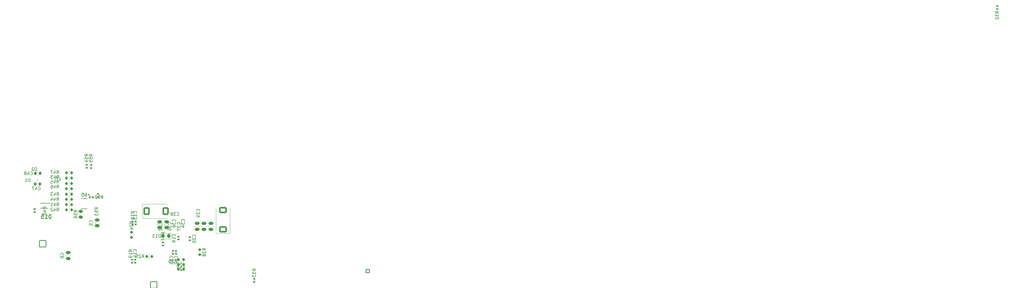
<source format=gbo>
%TF.GenerationSoftware,KiCad,Pcbnew,8.0.6*%
%TF.CreationDate,2025-02-07T02:37:33-05:00*%
%TF.ProjectId,SCAN,5343414e-2e6b-4696-9361-645f70636258,v1.0*%
%TF.SameCoordinates,Original*%
%TF.FileFunction,Legend,Bot*%
%TF.FilePolarity,Positive*%
%FSLAX46Y46*%
G04 Gerber Fmt 4.6, Leading zero omitted, Abs format (unit mm)*
G04 Created by KiCad (PCBNEW 8.0.6) date 2025-02-07 02:37:33*
%MOMM*%
%LPD*%
G01*
G04 APERTURE LIST*
G04 Aperture macros list*
%AMRoundRect*
0 Rectangle with rounded corners*
0 $1 Rounding radius*
0 $2 $3 $4 $5 $6 $7 $8 $9 X,Y pos of 4 corners*
0 Add a 4 corners polygon primitive as box body*
4,1,4,$2,$3,$4,$5,$6,$7,$8,$9,$2,$3,0*
0 Add four circle primitives for the rounded corners*
1,1,$1+$1,$2,$3*
1,1,$1+$1,$4,$5*
1,1,$1+$1,$6,$7*
1,1,$1+$1,$8,$9*
0 Add four rect primitives between the rounded corners*
20,1,$1+$1,$2,$3,$4,$5,0*
20,1,$1+$1,$4,$5,$6,$7,0*
20,1,$1+$1,$6,$7,$8,$9,0*
20,1,$1+$1,$8,$9,$2,$3,0*%
G04 Aperture macros list end*
%ADD10C,0.150000*%
%ADD11C,0.254000*%
%ADD12C,0.152400*%
%ADD13C,0.120000*%
%ADD14C,0.200000*%
%ADD15R,1.700000X1.700000*%
%ADD16O,1.700000X1.700000*%
%ADD17C,3.200000*%
%ADD18RoundRect,0.102000X-1.050000X1.050000X-1.050000X-1.050000X1.050000X-1.050000X1.050000X1.050000X0*%
%ADD19C,2.304000*%
%ADD20RoundRect,0.102000X0.565000X-0.565000X0.565000X0.565000X-0.565000X0.565000X-0.565000X-0.565000X0*%
%ADD21C,1.334000*%
%ADD22RoundRect,0.102000X-1.050000X-1.050000X1.050000X-1.050000X1.050000X1.050000X-1.050000X1.050000X0*%
%ADD23C,2.400000*%
%ADD24C,0.660400*%
%ADD25R,0.228600X0.304800*%
%ADD26RoundRect,0.135000X-0.185000X0.135000X-0.185000X-0.135000X0.185000X-0.135000X0.185000X0.135000X0*%
%ADD27R,0.800100X0.508000*%
%ADD28RoundRect,0.200000X0.200000X0.275000X-0.200000X0.275000X-0.200000X-0.275000X0.200000X-0.275000X0*%
%ADD29RoundRect,0.200000X-0.200000X-0.275000X0.200000X-0.275000X0.200000X0.275000X-0.200000X0.275000X0*%
%ADD30RoundRect,0.135000X0.185000X-0.135000X0.185000X0.135000X-0.185000X0.135000X-0.185000X-0.135000X0*%
%ADD31RoundRect,0.250000X0.475000X-0.250000X0.475000X0.250000X-0.475000X0.250000X-0.475000X-0.250000X0*%
%ADD32RoundRect,0.140000X-0.170000X0.140000X-0.170000X-0.140000X0.170000X-0.140000X0.170000X0.140000X0*%
%ADD33RoundRect,0.225000X0.225000X0.250000X-0.225000X0.250000X-0.225000X-0.250000X0.225000X-0.250000X0*%
%ADD34RoundRect,0.250000X-0.475000X0.250000X-0.475000X-0.250000X0.475000X-0.250000X0.475000X0.250000X0*%
%ADD35R,0.299999X0.299999*%
%ADD36RoundRect,0.250000X1.025000X-0.787500X1.025000X0.787500X-1.025000X0.787500X-1.025000X-0.787500X0*%
%ADD37RoundRect,0.140000X0.170000X-0.140000X0.170000X0.140000X-0.170000X0.140000X-0.170000X-0.140000X0*%
%ADD38RoundRect,0.243750X0.243750X0.456250X-0.243750X0.456250X-0.243750X-0.456250X0.243750X-0.456250X0*%
%ADD39RoundRect,0.200000X-0.275000X0.200000X-0.275000X-0.200000X0.275000X-0.200000X0.275000X0.200000X0*%
%ADD40RoundRect,0.250000X-0.787500X-1.025000X0.787500X-1.025000X0.787500X1.025000X-0.787500X1.025000X0*%
%ADD41RoundRect,0.135000X-0.135000X-0.185000X0.135000X-0.185000X0.135000X0.185000X-0.135000X0.185000X0*%
%ADD42RoundRect,0.250000X-0.450000X0.262500X-0.450000X-0.262500X0.450000X-0.262500X0.450000X0.262500X0*%
%ADD43R,0.820000X0.760000*%
G04 APERTURE END LIST*
D10*
X58358094Y-91837319D02*
X58358094Y-90837319D01*
X58358094Y-90837319D02*
X58119999Y-90837319D01*
X58119999Y-90837319D02*
X57977142Y-90884938D01*
X57977142Y-90884938D02*
X57881904Y-90980176D01*
X57881904Y-90980176D02*
X57834285Y-91075414D01*
X57834285Y-91075414D02*
X57786666Y-91265890D01*
X57786666Y-91265890D02*
X57786666Y-91408747D01*
X57786666Y-91408747D02*
X57834285Y-91599223D01*
X57834285Y-91599223D02*
X57881904Y-91694461D01*
X57881904Y-91694461D02*
X57977142Y-91789700D01*
X57977142Y-91789700D02*
X58119999Y-91837319D01*
X58119999Y-91837319D02*
X58358094Y-91837319D01*
X56834285Y-91837319D02*
X57405713Y-91837319D01*
X57119999Y-91837319D02*
X57119999Y-90837319D01*
X57119999Y-90837319D02*
X57215237Y-90980176D01*
X57215237Y-90980176D02*
X57310475Y-91075414D01*
X57310475Y-91075414D02*
X57405713Y-91123033D01*
X78654819Y-83597142D02*
X78178628Y-83263809D01*
X78654819Y-83025714D02*
X77654819Y-83025714D01*
X77654819Y-83025714D02*
X77654819Y-83406666D01*
X77654819Y-83406666D02*
X77702438Y-83501904D01*
X77702438Y-83501904D02*
X77750057Y-83549523D01*
X77750057Y-83549523D02*
X77845295Y-83597142D01*
X77845295Y-83597142D02*
X77988152Y-83597142D01*
X77988152Y-83597142D02*
X78083390Y-83549523D01*
X78083390Y-83549523D02*
X78131009Y-83501904D01*
X78131009Y-83501904D02*
X78178628Y-83406666D01*
X78178628Y-83406666D02*
X78178628Y-83025714D01*
X77654819Y-84501904D02*
X77654819Y-84025714D01*
X77654819Y-84025714D02*
X78131009Y-83978095D01*
X78131009Y-83978095D02*
X78083390Y-84025714D01*
X78083390Y-84025714D02*
X78035771Y-84120952D01*
X78035771Y-84120952D02*
X78035771Y-84359047D01*
X78035771Y-84359047D02*
X78083390Y-84454285D01*
X78083390Y-84454285D02*
X78131009Y-84501904D01*
X78131009Y-84501904D02*
X78226247Y-84549523D01*
X78226247Y-84549523D02*
X78464342Y-84549523D01*
X78464342Y-84549523D02*
X78559580Y-84501904D01*
X78559580Y-84501904D02*
X78607200Y-84454285D01*
X78607200Y-84454285D02*
X78654819Y-84359047D01*
X78654819Y-84359047D02*
X78654819Y-84120952D01*
X78654819Y-84120952D02*
X78607200Y-84025714D01*
X78607200Y-84025714D02*
X78559580Y-83978095D01*
X77654819Y-85454285D02*
X77654819Y-84978095D01*
X77654819Y-84978095D02*
X78131009Y-84930476D01*
X78131009Y-84930476D02*
X78083390Y-84978095D01*
X78083390Y-84978095D02*
X78035771Y-85073333D01*
X78035771Y-85073333D02*
X78035771Y-85311428D01*
X78035771Y-85311428D02*
X78083390Y-85406666D01*
X78083390Y-85406666D02*
X78131009Y-85454285D01*
X78131009Y-85454285D02*
X78226247Y-85501904D01*
X78226247Y-85501904D02*
X78464342Y-85501904D01*
X78464342Y-85501904D02*
X78559580Y-85454285D01*
X78559580Y-85454285D02*
X78607200Y-85406666D01*
X78607200Y-85406666D02*
X78654819Y-85311428D01*
X78654819Y-85311428D02*
X78654819Y-85073333D01*
X78654819Y-85073333D02*
X78607200Y-84978095D01*
X78607200Y-84978095D02*
X78559580Y-84930476D01*
X75905711Y-95509940D02*
X75810473Y-95557559D01*
X75810473Y-95557559D02*
X75715235Y-95652798D01*
X75715235Y-95652798D02*
X75572378Y-95795655D01*
X75572378Y-95795655D02*
X75477140Y-95843274D01*
X75477140Y-95843274D02*
X75381902Y-95843274D01*
X75429521Y-95605178D02*
X75334283Y-95652798D01*
X75334283Y-95652798D02*
X75239045Y-95748036D01*
X75239045Y-95748036D02*
X75191426Y-95938512D01*
X75191426Y-95938512D02*
X75191426Y-96271845D01*
X75191426Y-96271845D02*
X75239045Y-96462321D01*
X75239045Y-96462321D02*
X75334283Y-96557559D01*
X75334283Y-96557559D02*
X75429521Y-96605178D01*
X75429521Y-96605178D02*
X75619997Y-96605178D01*
X75619997Y-96605178D02*
X75715235Y-96557559D01*
X75715235Y-96557559D02*
X75810473Y-96462321D01*
X75810473Y-96462321D02*
X75858092Y-96271845D01*
X75858092Y-96271845D02*
X75858092Y-95938512D01*
X75858092Y-95938512D02*
X75810473Y-95748036D01*
X75810473Y-95748036D02*
X75715235Y-95652798D01*
X75715235Y-95652798D02*
X75619997Y-95605178D01*
X75619997Y-95605178D02*
X75429521Y-95605178D01*
X76334283Y-95605178D02*
X76524759Y-95605178D01*
X76524759Y-95605178D02*
X76619997Y-95652798D01*
X76619997Y-95652798D02*
X76667616Y-95700417D01*
X76667616Y-95700417D02*
X76762854Y-95843274D01*
X76762854Y-95843274D02*
X76810473Y-96033750D01*
X76810473Y-96033750D02*
X76810473Y-96414702D01*
X76810473Y-96414702D02*
X76762854Y-96509940D01*
X76762854Y-96509940D02*
X76715235Y-96557559D01*
X76715235Y-96557559D02*
X76619997Y-96605178D01*
X76619997Y-96605178D02*
X76429521Y-96605178D01*
X76429521Y-96605178D02*
X76334283Y-96557559D01*
X76334283Y-96557559D02*
X76286664Y-96509940D01*
X76286664Y-96509940D02*
X76239045Y-96414702D01*
X76239045Y-96414702D02*
X76239045Y-96176607D01*
X76239045Y-96176607D02*
X76286664Y-96081369D01*
X76286664Y-96081369D02*
X76334283Y-96033750D01*
X76334283Y-96033750D02*
X76429521Y-95986131D01*
X76429521Y-95986131D02*
X76619997Y-95986131D01*
X76619997Y-95986131D02*
X76715235Y-96033750D01*
X76715235Y-96033750D02*
X76762854Y-96081369D01*
X76762854Y-96081369D02*
X76810473Y-96176607D01*
X77505899Y-95863818D02*
X77505899Y-96101913D01*
X77743994Y-96006675D02*
X77505899Y-96101913D01*
X77505899Y-96101913D02*
X77267804Y-96006675D01*
X77648756Y-96292389D02*
X77505899Y-96101913D01*
X77505899Y-96101913D02*
X77363042Y-96292389D01*
X77505899Y-95863818D02*
X77505899Y-96101913D01*
X77743994Y-96006675D02*
X77505899Y-96101913D01*
X77505899Y-96101913D02*
X77267804Y-96006675D01*
X77648756Y-96292389D02*
X77505899Y-96101913D01*
X77505899Y-96101913D02*
X77363042Y-96292389D01*
X67067857Y-98034819D02*
X67401190Y-97558628D01*
X67639285Y-98034819D02*
X67639285Y-97034819D01*
X67639285Y-97034819D02*
X67258333Y-97034819D01*
X67258333Y-97034819D02*
X67163095Y-97082438D01*
X67163095Y-97082438D02*
X67115476Y-97130057D01*
X67115476Y-97130057D02*
X67067857Y-97225295D01*
X67067857Y-97225295D02*
X67067857Y-97368152D01*
X67067857Y-97368152D02*
X67115476Y-97463390D01*
X67115476Y-97463390D02*
X67163095Y-97511009D01*
X67163095Y-97511009D02*
X67258333Y-97558628D01*
X67258333Y-97558628D02*
X67639285Y-97558628D01*
X66210714Y-97368152D02*
X66210714Y-98034819D01*
X66448809Y-96987200D02*
X66686904Y-97701485D01*
X66686904Y-97701485D02*
X66067857Y-97701485D01*
X65258333Y-97368152D02*
X65258333Y-98034819D01*
X65496428Y-96987200D02*
X65734523Y-97701485D01*
X65734523Y-97701485D02*
X65115476Y-97701485D01*
X108102857Y-120614819D02*
X108436190Y-120138628D01*
X108674285Y-120614819D02*
X108674285Y-119614819D01*
X108674285Y-119614819D02*
X108293333Y-119614819D01*
X108293333Y-119614819D02*
X108198095Y-119662438D01*
X108198095Y-119662438D02*
X108150476Y-119710057D01*
X108150476Y-119710057D02*
X108102857Y-119805295D01*
X108102857Y-119805295D02*
X108102857Y-119948152D01*
X108102857Y-119948152D02*
X108150476Y-120043390D01*
X108150476Y-120043390D02*
X108198095Y-120091009D01*
X108198095Y-120091009D02*
X108293333Y-120138628D01*
X108293333Y-120138628D02*
X108674285Y-120138628D01*
X107721904Y-119710057D02*
X107674285Y-119662438D01*
X107674285Y-119662438D02*
X107579047Y-119614819D01*
X107579047Y-119614819D02*
X107340952Y-119614819D01*
X107340952Y-119614819D02*
X107245714Y-119662438D01*
X107245714Y-119662438D02*
X107198095Y-119710057D01*
X107198095Y-119710057D02*
X107150476Y-119805295D01*
X107150476Y-119805295D02*
X107150476Y-119900533D01*
X107150476Y-119900533D02*
X107198095Y-120043390D01*
X107198095Y-120043390D02*
X107769523Y-120614819D01*
X107769523Y-120614819D02*
X107150476Y-120614819D01*
X106769523Y-119710057D02*
X106721904Y-119662438D01*
X106721904Y-119662438D02*
X106626666Y-119614819D01*
X106626666Y-119614819D02*
X106388571Y-119614819D01*
X106388571Y-119614819D02*
X106293333Y-119662438D01*
X106293333Y-119662438D02*
X106245714Y-119710057D01*
X106245714Y-119710057D02*
X106198095Y-119805295D01*
X106198095Y-119805295D02*
X106198095Y-119900533D01*
X106198095Y-119900533D02*
X106245714Y-120043390D01*
X106245714Y-120043390D02*
X106817142Y-120614819D01*
X106817142Y-120614819D02*
X106198095Y-120614819D01*
X60532494Y-88257319D02*
X60532494Y-87257319D01*
X60532494Y-87257319D02*
X60294399Y-87257319D01*
X60294399Y-87257319D02*
X60151542Y-87304938D01*
X60151542Y-87304938D02*
X60056304Y-87400176D01*
X60056304Y-87400176D02*
X60008685Y-87495414D01*
X60008685Y-87495414D02*
X59961066Y-87685890D01*
X59961066Y-87685890D02*
X59961066Y-87828747D01*
X59961066Y-87828747D02*
X60008685Y-88019223D01*
X60008685Y-88019223D02*
X60056304Y-88114461D01*
X60056304Y-88114461D02*
X60151542Y-88209700D01*
X60151542Y-88209700D02*
X60294399Y-88257319D01*
X60294399Y-88257319D02*
X60532494Y-88257319D01*
X59580113Y-87352557D02*
X59532494Y-87304938D01*
X59532494Y-87304938D02*
X59437256Y-87257319D01*
X59437256Y-87257319D02*
X59199161Y-87257319D01*
X59199161Y-87257319D02*
X59103923Y-87304938D01*
X59103923Y-87304938D02*
X59056304Y-87352557D01*
X59056304Y-87352557D02*
X59008685Y-87447795D01*
X59008685Y-87447795D02*
X59008685Y-87543033D01*
X59008685Y-87543033D02*
X59056304Y-87685890D01*
X59056304Y-87685890D02*
X59627732Y-88257319D01*
X59627732Y-88257319D02*
X59008685Y-88257319D01*
X77204819Y-83557142D02*
X76728628Y-83223809D01*
X77204819Y-82985714D02*
X76204819Y-82985714D01*
X76204819Y-82985714D02*
X76204819Y-83366666D01*
X76204819Y-83366666D02*
X76252438Y-83461904D01*
X76252438Y-83461904D02*
X76300057Y-83509523D01*
X76300057Y-83509523D02*
X76395295Y-83557142D01*
X76395295Y-83557142D02*
X76538152Y-83557142D01*
X76538152Y-83557142D02*
X76633390Y-83509523D01*
X76633390Y-83509523D02*
X76681009Y-83461904D01*
X76681009Y-83461904D02*
X76728628Y-83366666D01*
X76728628Y-83366666D02*
X76728628Y-82985714D01*
X76204819Y-84461904D02*
X76204819Y-83985714D01*
X76204819Y-83985714D02*
X76681009Y-83938095D01*
X76681009Y-83938095D02*
X76633390Y-83985714D01*
X76633390Y-83985714D02*
X76585771Y-84080952D01*
X76585771Y-84080952D02*
X76585771Y-84319047D01*
X76585771Y-84319047D02*
X76633390Y-84414285D01*
X76633390Y-84414285D02*
X76681009Y-84461904D01*
X76681009Y-84461904D02*
X76776247Y-84509523D01*
X76776247Y-84509523D02*
X77014342Y-84509523D01*
X77014342Y-84509523D02*
X77109580Y-84461904D01*
X77109580Y-84461904D02*
X77157200Y-84414285D01*
X77157200Y-84414285D02*
X77204819Y-84319047D01*
X77204819Y-84319047D02*
X77204819Y-84080952D01*
X77204819Y-84080952D02*
X77157200Y-83985714D01*
X77157200Y-83985714D02*
X77109580Y-83938095D01*
X76538152Y-85366666D02*
X77204819Y-85366666D01*
X76157200Y-85128571D02*
X76871485Y-84890476D01*
X76871485Y-84890476D02*
X76871485Y-85509523D01*
X67057857Y-92378151D02*
X67391190Y-91901960D01*
X67629285Y-92378151D02*
X67629285Y-91378151D01*
X67629285Y-91378151D02*
X67248333Y-91378151D01*
X67248333Y-91378151D02*
X67153095Y-91425770D01*
X67153095Y-91425770D02*
X67105476Y-91473389D01*
X67105476Y-91473389D02*
X67057857Y-91568627D01*
X67057857Y-91568627D02*
X67057857Y-91711484D01*
X67057857Y-91711484D02*
X67105476Y-91806722D01*
X67105476Y-91806722D02*
X67153095Y-91854341D01*
X67153095Y-91854341D02*
X67248333Y-91901960D01*
X67248333Y-91901960D02*
X67629285Y-91901960D01*
X66200714Y-91711484D02*
X66200714Y-92378151D01*
X66438809Y-91330532D02*
X66676904Y-92044817D01*
X66676904Y-92044817D02*
X66057857Y-92044817D01*
X65200714Y-91378151D02*
X65676904Y-91378151D01*
X65676904Y-91378151D02*
X65724523Y-91854341D01*
X65724523Y-91854341D02*
X65676904Y-91806722D01*
X65676904Y-91806722D02*
X65581666Y-91759103D01*
X65581666Y-91759103D02*
X65343571Y-91759103D01*
X65343571Y-91759103D02*
X65248333Y-91806722D01*
X65248333Y-91806722D02*
X65200714Y-91854341D01*
X65200714Y-91854341D02*
X65153095Y-91949579D01*
X65153095Y-91949579D02*
X65153095Y-92187674D01*
X65153095Y-92187674D02*
X65200714Y-92282912D01*
X65200714Y-92282912D02*
X65248333Y-92330532D01*
X65248333Y-92330532D02*
X65343571Y-92378151D01*
X65343571Y-92378151D02*
X65581666Y-92378151D01*
X65581666Y-92378151D02*
X65676904Y-92330532D01*
X65676904Y-92330532D02*
X65724523Y-92282912D01*
X67067857Y-99724819D02*
X67401190Y-99248628D01*
X67639285Y-99724819D02*
X67639285Y-98724819D01*
X67639285Y-98724819D02*
X67258333Y-98724819D01*
X67258333Y-98724819D02*
X67163095Y-98772438D01*
X67163095Y-98772438D02*
X67115476Y-98820057D01*
X67115476Y-98820057D02*
X67067857Y-98915295D01*
X67067857Y-98915295D02*
X67067857Y-99058152D01*
X67067857Y-99058152D02*
X67115476Y-99153390D01*
X67115476Y-99153390D02*
X67163095Y-99201009D01*
X67163095Y-99201009D02*
X67258333Y-99248628D01*
X67258333Y-99248628D02*
X67639285Y-99248628D01*
X66210714Y-99058152D02*
X66210714Y-99724819D01*
X66448809Y-98677200D02*
X66686904Y-99391485D01*
X66686904Y-99391485D02*
X66067857Y-99391485D01*
X65163095Y-99724819D02*
X65734523Y-99724819D01*
X65448809Y-99724819D02*
X65448809Y-98724819D01*
X65448809Y-98724819D02*
X65544047Y-98867676D01*
X65544047Y-98867676D02*
X65639285Y-98962914D01*
X65639285Y-98962914D02*
X65734523Y-99010533D01*
X80474819Y-100867142D02*
X79998628Y-100533809D01*
X80474819Y-100295714D02*
X79474819Y-100295714D01*
X79474819Y-100295714D02*
X79474819Y-100676666D01*
X79474819Y-100676666D02*
X79522438Y-100771904D01*
X79522438Y-100771904D02*
X79570057Y-100819523D01*
X79570057Y-100819523D02*
X79665295Y-100867142D01*
X79665295Y-100867142D02*
X79808152Y-100867142D01*
X79808152Y-100867142D02*
X79903390Y-100819523D01*
X79903390Y-100819523D02*
X79951009Y-100771904D01*
X79951009Y-100771904D02*
X79998628Y-100676666D01*
X79998628Y-100676666D02*
X79998628Y-100295714D01*
X79474819Y-101771904D02*
X79474819Y-101295714D01*
X79474819Y-101295714D02*
X79951009Y-101248095D01*
X79951009Y-101248095D02*
X79903390Y-101295714D01*
X79903390Y-101295714D02*
X79855771Y-101390952D01*
X79855771Y-101390952D02*
X79855771Y-101629047D01*
X79855771Y-101629047D02*
X79903390Y-101724285D01*
X79903390Y-101724285D02*
X79951009Y-101771904D01*
X79951009Y-101771904D02*
X80046247Y-101819523D01*
X80046247Y-101819523D02*
X80284342Y-101819523D01*
X80284342Y-101819523D02*
X80379580Y-101771904D01*
X80379580Y-101771904D02*
X80427200Y-101724285D01*
X80427200Y-101724285D02*
X80474819Y-101629047D01*
X80474819Y-101629047D02*
X80474819Y-101390952D01*
X80474819Y-101390952D02*
X80427200Y-101295714D01*
X80427200Y-101295714D02*
X80379580Y-101248095D01*
X79474819Y-102152857D02*
X79474819Y-102771904D01*
X79474819Y-102771904D02*
X79855771Y-102438571D01*
X79855771Y-102438571D02*
X79855771Y-102581428D01*
X79855771Y-102581428D02*
X79903390Y-102676666D01*
X79903390Y-102676666D02*
X79951009Y-102724285D01*
X79951009Y-102724285D02*
X80046247Y-102771904D01*
X80046247Y-102771904D02*
X80284342Y-102771904D01*
X80284342Y-102771904D02*
X80379580Y-102724285D01*
X80379580Y-102724285D02*
X80427200Y-102676666D01*
X80427200Y-102676666D02*
X80474819Y-102581428D01*
X80474819Y-102581428D02*
X80474819Y-102295714D01*
X80474819Y-102295714D02*
X80427200Y-102200476D01*
X80427200Y-102200476D02*
X80379580Y-102152857D01*
X108499581Y-104757142D02*
X108547201Y-104709523D01*
X108547201Y-104709523D02*
X108594820Y-104566666D01*
X108594820Y-104566666D02*
X108594820Y-104471428D01*
X108594820Y-104471428D02*
X108547201Y-104328571D01*
X108547201Y-104328571D02*
X108451962Y-104233333D01*
X108451962Y-104233333D02*
X108356724Y-104185714D01*
X108356724Y-104185714D02*
X108166248Y-104138095D01*
X108166248Y-104138095D02*
X108023391Y-104138095D01*
X108023391Y-104138095D02*
X107832915Y-104185714D01*
X107832915Y-104185714D02*
X107737677Y-104233333D01*
X107737677Y-104233333D02*
X107642439Y-104328571D01*
X107642439Y-104328571D02*
X107594820Y-104471428D01*
X107594820Y-104471428D02*
X107594820Y-104566666D01*
X107594820Y-104566666D02*
X107642439Y-104709523D01*
X107642439Y-104709523D02*
X107690058Y-104757142D01*
X107594820Y-105090476D02*
X107594820Y-105709523D01*
X107594820Y-105709523D02*
X107975772Y-105376190D01*
X107975772Y-105376190D02*
X107975772Y-105519047D01*
X107975772Y-105519047D02*
X108023391Y-105614285D01*
X108023391Y-105614285D02*
X108071010Y-105661904D01*
X108071010Y-105661904D02*
X108166248Y-105709523D01*
X108166248Y-105709523D02*
X108404343Y-105709523D01*
X108404343Y-105709523D02*
X108499581Y-105661904D01*
X108499581Y-105661904D02*
X108547201Y-105614285D01*
X108547201Y-105614285D02*
X108594820Y-105519047D01*
X108594820Y-105519047D02*
X108594820Y-105233333D01*
X108594820Y-105233333D02*
X108547201Y-105138095D01*
X108547201Y-105138095D02*
X108499581Y-105090476D01*
X107928153Y-106566666D02*
X108594820Y-106566666D01*
X107547201Y-106328571D02*
X108261486Y-106090476D01*
X108261486Y-106090476D02*
X108261486Y-106709523D01*
X101149582Y-105757141D02*
X101197202Y-105709522D01*
X101197202Y-105709522D02*
X101244821Y-105566665D01*
X101244821Y-105566665D02*
X101244821Y-105471427D01*
X101244821Y-105471427D02*
X101197202Y-105328570D01*
X101197202Y-105328570D02*
X101101963Y-105233332D01*
X101101963Y-105233332D02*
X101006725Y-105185713D01*
X101006725Y-105185713D02*
X100816249Y-105138094D01*
X100816249Y-105138094D02*
X100673392Y-105138094D01*
X100673392Y-105138094D02*
X100482916Y-105185713D01*
X100482916Y-105185713D02*
X100387678Y-105233332D01*
X100387678Y-105233332D02*
X100292440Y-105328570D01*
X100292440Y-105328570D02*
X100244821Y-105471427D01*
X100244821Y-105471427D02*
X100244821Y-105566665D01*
X100244821Y-105566665D02*
X100292440Y-105709522D01*
X100292440Y-105709522D02*
X100340059Y-105757141D01*
X100244821Y-106090475D02*
X100244821Y-106709522D01*
X100244821Y-106709522D02*
X100625773Y-106376189D01*
X100625773Y-106376189D02*
X100625773Y-106519046D01*
X100625773Y-106519046D02*
X100673392Y-106614284D01*
X100673392Y-106614284D02*
X100721011Y-106661903D01*
X100721011Y-106661903D02*
X100816249Y-106709522D01*
X100816249Y-106709522D02*
X101054344Y-106709522D01*
X101054344Y-106709522D02*
X101149582Y-106661903D01*
X101149582Y-106661903D02*
X101197202Y-106614284D01*
X101197202Y-106614284D02*
X101244821Y-106519046D01*
X101244821Y-106519046D02*
X101244821Y-106233332D01*
X101244821Y-106233332D02*
X101197202Y-106138094D01*
X101197202Y-106138094D02*
X101149582Y-106090475D01*
X100340059Y-107090475D02*
X100292440Y-107138094D01*
X100292440Y-107138094D02*
X100244821Y-107233332D01*
X100244821Y-107233332D02*
X100244821Y-107471427D01*
X100244821Y-107471427D02*
X100292440Y-107566665D01*
X100292440Y-107566665D02*
X100340059Y-107614284D01*
X100340059Y-107614284D02*
X100435297Y-107661903D01*
X100435297Y-107661903D02*
X100530535Y-107661903D01*
X100530535Y-107661903D02*
X100673392Y-107614284D01*
X100673392Y-107614284D02*
X101244821Y-107042856D01*
X101244821Y-107042856D02*
X101244821Y-107661903D01*
X67067857Y-93974817D02*
X67401190Y-93498626D01*
X67639285Y-93974817D02*
X67639285Y-92974817D01*
X67639285Y-92974817D02*
X67258333Y-92974817D01*
X67258333Y-92974817D02*
X67163095Y-93022436D01*
X67163095Y-93022436D02*
X67115476Y-93070055D01*
X67115476Y-93070055D02*
X67067857Y-93165293D01*
X67067857Y-93165293D02*
X67067857Y-93308150D01*
X67067857Y-93308150D02*
X67115476Y-93403388D01*
X67115476Y-93403388D02*
X67163095Y-93451007D01*
X67163095Y-93451007D02*
X67258333Y-93498626D01*
X67258333Y-93498626D02*
X67639285Y-93498626D01*
X66210714Y-93308150D02*
X66210714Y-93974817D01*
X66448809Y-92927198D02*
X66686904Y-93641483D01*
X66686904Y-93641483D02*
X66067857Y-93641483D01*
X65258333Y-92974817D02*
X65448809Y-92974817D01*
X65448809Y-92974817D02*
X65544047Y-93022436D01*
X65544047Y-93022436D02*
X65591666Y-93070055D01*
X65591666Y-93070055D02*
X65686904Y-93212912D01*
X65686904Y-93212912D02*
X65734523Y-93403388D01*
X65734523Y-93403388D02*
X65734523Y-93784340D01*
X65734523Y-93784340D02*
X65686904Y-93879578D01*
X65686904Y-93879578D02*
X65639285Y-93927198D01*
X65639285Y-93927198D02*
X65544047Y-93974817D01*
X65544047Y-93974817D02*
X65353571Y-93974817D01*
X65353571Y-93974817D02*
X65258333Y-93927198D01*
X65258333Y-93927198D02*
X65210714Y-93879578D01*
X65210714Y-93879578D02*
X65163095Y-93784340D01*
X65163095Y-93784340D02*
X65163095Y-93546245D01*
X65163095Y-93546245D02*
X65210714Y-93451007D01*
X65210714Y-93451007D02*
X65258333Y-93403388D01*
X65258333Y-93403388D02*
X65353571Y-93355769D01*
X65353571Y-93355769D02*
X65544047Y-93355769D01*
X65544047Y-93355769D02*
X65639285Y-93403388D01*
X65639285Y-93403388D02*
X65686904Y-93451007D01*
X65686904Y-93451007D02*
X65734523Y-93546245D01*
X373227319Y-37132142D02*
X372751128Y-36798809D01*
X373227319Y-36560714D02*
X372227319Y-36560714D01*
X372227319Y-36560714D02*
X372227319Y-36941666D01*
X372227319Y-36941666D02*
X372274938Y-37036904D01*
X372274938Y-37036904D02*
X372322557Y-37084523D01*
X372322557Y-37084523D02*
X372417795Y-37132142D01*
X372417795Y-37132142D02*
X372560652Y-37132142D01*
X372560652Y-37132142D02*
X372655890Y-37084523D01*
X372655890Y-37084523D02*
X372703509Y-37036904D01*
X372703509Y-37036904D02*
X372751128Y-36941666D01*
X372751128Y-36941666D02*
X372751128Y-36560714D01*
X372227319Y-37465476D02*
X372227319Y-38084523D01*
X372227319Y-38084523D02*
X372608271Y-37751190D01*
X372608271Y-37751190D02*
X372608271Y-37894047D01*
X372608271Y-37894047D02*
X372655890Y-37989285D01*
X372655890Y-37989285D02*
X372703509Y-38036904D01*
X372703509Y-38036904D02*
X372798747Y-38084523D01*
X372798747Y-38084523D02*
X373036842Y-38084523D01*
X373036842Y-38084523D02*
X373132080Y-38036904D01*
X373132080Y-38036904D02*
X373179700Y-37989285D01*
X373179700Y-37989285D02*
X373227319Y-37894047D01*
X373227319Y-37894047D02*
X373227319Y-37608333D01*
X373227319Y-37608333D02*
X373179700Y-37513095D01*
X373179700Y-37513095D02*
X373132080Y-37465476D01*
X372322557Y-38465476D02*
X372274938Y-38513095D01*
X372274938Y-38513095D02*
X372227319Y-38608333D01*
X372227319Y-38608333D02*
X372227319Y-38846428D01*
X372227319Y-38846428D02*
X372274938Y-38941666D01*
X372274938Y-38941666D02*
X372322557Y-38989285D01*
X372322557Y-38989285D02*
X372417795Y-39036904D01*
X372417795Y-39036904D02*
X372513033Y-39036904D01*
X372513033Y-39036904D02*
X372655890Y-38989285D01*
X372655890Y-38989285D02*
X373227319Y-38417857D01*
X373227319Y-38417857D02*
X373227319Y-39036904D01*
X92254819Y-102147142D02*
X91778628Y-101813809D01*
X92254819Y-101575714D02*
X91254819Y-101575714D01*
X91254819Y-101575714D02*
X91254819Y-101956666D01*
X91254819Y-101956666D02*
X91302438Y-102051904D01*
X91302438Y-102051904D02*
X91350057Y-102099523D01*
X91350057Y-102099523D02*
X91445295Y-102147142D01*
X91445295Y-102147142D02*
X91588152Y-102147142D01*
X91588152Y-102147142D02*
X91683390Y-102099523D01*
X91683390Y-102099523D02*
X91731009Y-102051904D01*
X91731009Y-102051904D02*
X91778628Y-101956666D01*
X91778628Y-101956666D02*
X91778628Y-101575714D01*
X92254819Y-103099523D02*
X92254819Y-102528095D01*
X92254819Y-102813809D02*
X91254819Y-102813809D01*
X91254819Y-102813809D02*
X91397676Y-102718571D01*
X91397676Y-102718571D02*
X91492914Y-102623333D01*
X91492914Y-102623333D02*
X91540533Y-102528095D01*
X91683390Y-103670952D02*
X91635771Y-103575714D01*
X91635771Y-103575714D02*
X91588152Y-103528095D01*
X91588152Y-103528095D02*
X91492914Y-103480476D01*
X91492914Y-103480476D02*
X91445295Y-103480476D01*
X91445295Y-103480476D02*
X91350057Y-103528095D01*
X91350057Y-103528095D02*
X91302438Y-103575714D01*
X91302438Y-103575714D02*
X91254819Y-103670952D01*
X91254819Y-103670952D02*
X91254819Y-103861428D01*
X91254819Y-103861428D02*
X91302438Y-103956666D01*
X91302438Y-103956666D02*
X91350057Y-104004285D01*
X91350057Y-104004285D02*
X91445295Y-104051904D01*
X91445295Y-104051904D02*
X91492914Y-104051904D01*
X91492914Y-104051904D02*
X91588152Y-104004285D01*
X91588152Y-104004285D02*
X91635771Y-103956666D01*
X91635771Y-103956666D02*
X91683390Y-103861428D01*
X91683390Y-103861428D02*
X91683390Y-103670952D01*
X91683390Y-103670952D02*
X91731009Y-103575714D01*
X91731009Y-103575714D02*
X91778628Y-103528095D01*
X91778628Y-103528095D02*
X91873866Y-103480476D01*
X91873866Y-103480476D02*
X92064342Y-103480476D01*
X92064342Y-103480476D02*
X92159580Y-103528095D01*
X92159580Y-103528095D02*
X92207200Y-103575714D01*
X92207200Y-103575714D02*
X92254819Y-103670952D01*
X92254819Y-103670952D02*
X92254819Y-103861428D01*
X92254819Y-103861428D02*
X92207200Y-103956666D01*
X92207200Y-103956666D02*
X92159580Y-104004285D01*
X92159580Y-104004285D02*
X92064342Y-104051904D01*
X92064342Y-104051904D02*
X91873866Y-104051904D01*
X91873866Y-104051904D02*
X91778628Y-104004285D01*
X91778628Y-104004285D02*
X91731009Y-103956666D01*
X91731009Y-103956666D02*
X91683390Y-103861428D01*
X91542319Y-114637141D02*
X91066128Y-114303808D01*
X91542319Y-114065713D02*
X90542319Y-114065713D01*
X90542319Y-114065713D02*
X90542319Y-114446665D01*
X90542319Y-114446665D02*
X90589938Y-114541903D01*
X90589938Y-114541903D02*
X90637557Y-114589522D01*
X90637557Y-114589522D02*
X90732795Y-114637141D01*
X90732795Y-114637141D02*
X90875652Y-114637141D01*
X90875652Y-114637141D02*
X90970890Y-114589522D01*
X90970890Y-114589522D02*
X91018509Y-114541903D01*
X91018509Y-114541903D02*
X91066128Y-114446665D01*
X91066128Y-114446665D02*
X91066128Y-114065713D01*
X91542319Y-115589522D02*
X91542319Y-115018094D01*
X91542319Y-115303808D02*
X90542319Y-115303808D01*
X90542319Y-115303808D02*
X90685176Y-115208570D01*
X90685176Y-115208570D02*
X90780414Y-115113332D01*
X90780414Y-115113332D02*
X90828033Y-115018094D01*
X91542319Y-116065713D02*
X91542319Y-116256189D01*
X91542319Y-116256189D02*
X91494700Y-116351427D01*
X91494700Y-116351427D02*
X91447080Y-116399046D01*
X91447080Y-116399046D02*
X91304223Y-116494284D01*
X91304223Y-116494284D02*
X91113747Y-116541903D01*
X91113747Y-116541903D02*
X90732795Y-116541903D01*
X90732795Y-116541903D02*
X90637557Y-116494284D01*
X90637557Y-116494284D02*
X90589938Y-116446665D01*
X90589938Y-116446665D02*
X90542319Y-116351427D01*
X90542319Y-116351427D02*
X90542319Y-116160951D01*
X90542319Y-116160951D02*
X90589938Y-116065713D01*
X90589938Y-116065713D02*
X90637557Y-116018094D01*
X90637557Y-116018094D02*
X90732795Y-115970475D01*
X90732795Y-115970475D02*
X90970890Y-115970475D01*
X90970890Y-115970475D02*
X91066128Y-116018094D01*
X91066128Y-116018094D02*
X91113747Y-116065713D01*
X91113747Y-116065713D02*
X91161366Y-116160951D01*
X91161366Y-116160951D02*
X91161366Y-116351427D01*
X91161366Y-116351427D02*
X91113747Y-116446665D01*
X91113747Y-116446665D02*
X91066128Y-116494284D01*
X91066128Y-116494284D02*
X90970890Y-116541903D01*
X67087857Y-90781485D02*
X67421190Y-90305294D01*
X67659285Y-90781485D02*
X67659285Y-89781485D01*
X67659285Y-89781485D02*
X67278333Y-89781485D01*
X67278333Y-89781485D02*
X67183095Y-89829104D01*
X67183095Y-89829104D02*
X67135476Y-89876723D01*
X67135476Y-89876723D02*
X67087857Y-89971961D01*
X67087857Y-89971961D02*
X67087857Y-90114818D01*
X67087857Y-90114818D02*
X67135476Y-90210056D01*
X67135476Y-90210056D02*
X67183095Y-90257675D01*
X67183095Y-90257675D02*
X67278333Y-90305294D01*
X67278333Y-90305294D02*
X67659285Y-90305294D01*
X66230714Y-90114818D02*
X66230714Y-90781485D01*
X66468809Y-89733866D02*
X66706904Y-90448151D01*
X66706904Y-90448151D02*
X66087857Y-90448151D01*
X65564047Y-90210056D02*
X65659285Y-90162437D01*
X65659285Y-90162437D02*
X65706904Y-90114818D01*
X65706904Y-90114818D02*
X65754523Y-90019580D01*
X65754523Y-90019580D02*
X65754523Y-89971961D01*
X65754523Y-89971961D02*
X65706904Y-89876723D01*
X65706904Y-89876723D02*
X65659285Y-89829104D01*
X65659285Y-89829104D02*
X65564047Y-89781485D01*
X65564047Y-89781485D02*
X65373571Y-89781485D01*
X65373571Y-89781485D02*
X65278333Y-89829104D01*
X65278333Y-89829104D02*
X65230714Y-89876723D01*
X65230714Y-89876723D02*
X65183095Y-89971961D01*
X65183095Y-89971961D02*
X65183095Y-90019580D01*
X65183095Y-90019580D02*
X65230714Y-90114818D01*
X65230714Y-90114818D02*
X65278333Y-90162437D01*
X65278333Y-90162437D02*
X65373571Y-90210056D01*
X65373571Y-90210056D02*
X65564047Y-90210056D01*
X65564047Y-90210056D02*
X65659285Y-90257675D01*
X65659285Y-90257675D02*
X65706904Y-90305294D01*
X65706904Y-90305294D02*
X65754523Y-90400532D01*
X65754523Y-90400532D02*
X65754523Y-90591008D01*
X65754523Y-90591008D02*
X65706904Y-90686246D01*
X65706904Y-90686246D02*
X65659285Y-90733866D01*
X65659285Y-90733866D02*
X65564047Y-90781485D01*
X65564047Y-90781485D02*
X65373571Y-90781485D01*
X65373571Y-90781485D02*
X65278333Y-90733866D01*
X65278333Y-90733866D02*
X65230714Y-90686246D01*
X65230714Y-90686246D02*
X65183095Y-90591008D01*
X65183095Y-90591008D02*
X65183095Y-90400532D01*
X65183095Y-90400532D02*
X65230714Y-90305294D01*
X65230714Y-90305294D02*
X65278333Y-90257675D01*
X65278333Y-90257675D02*
X65373571Y-90210056D01*
X106249580Y-116677142D02*
X106297200Y-116629523D01*
X106297200Y-116629523D02*
X106344819Y-116486666D01*
X106344819Y-116486666D02*
X106344819Y-116391428D01*
X106344819Y-116391428D02*
X106297200Y-116248571D01*
X106297200Y-116248571D02*
X106201961Y-116153333D01*
X106201961Y-116153333D02*
X106106723Y-116105714D01*
X106106723Y-116105714D02*
X105916247Y-116058095D01*
X105916247Y-116058095D02*
X105773390Y-116058095D01*
X105773390Y-116058095D02*
X105582914Y-116105714D01*
X105582914Y-116105714D02*
X105487676Y-116153333D01*
X105487676Y-116153333D02*
X105392438Y-116248571D01*
X105392438Y-116248571D02*
X105344819Y-116391428D01*
X105344819Y-116391428D02*
X105344819Y-116486666D01*
X105344819Y-116486666D02*
X105392438Y-116629523D01*
X105392438Y-116629523D02*
X105440057Y-116677142D01*
X106344819Y-117629523D02*
X106344819Y-117058095D01*
X106344819Y-117343809D02*
X105344819Y-117343809D01*
X105344819Y-117343809D02*
X105487676Y-117248571D01*
X105487676Y-117248571D02*
X105582914Y-117153333D01*
X105582914Y-117153333D02*
X105630533Y-117058095D01*
X105440057Y-118010476D02*
X105392438Y-118058095D01*
X105392438Y-118058095D02*
X105344819Y-118153333D01*
X105344819Y-118153333D02*
X105344819Y-118391428D01*
X105344819Y-118391428D02*
X105392438Y-118486666D01*
X105392438Y-118486666D02*
X105440057Y-118534285D01*
X105440057Y-118534285D02*
X105535295Y-118581904D01*
X105535295Y-118581904D02*
X105630533Y-118581904D01*
X105630533Y-118581904D02*
X105773390Y-118534285D01*
X105773390Y-118534285D02*
X106344819Y-117962857D01*
X106344819Y-117962857D02*
X106344819Y-118581904D01*
X61067857Y-94469580D02*
X61115476Y-94517200D01*
X61115476Y-94517200D02*
X61258333Y-94564819D01*
X61258333Y-94564819D02*
X61353571Y-94564819D01*
X61353571Y-94564819D02*
X61496428Y-94517200D01*
X61496428Y-94517200D02*
X61591666Y-94421961D01*
X61591666Y-94421961D02*
X61639285Y-94326723D01*
X61639285Y-94326723D02*
X61686904Y-94136247D01*
X61686904Y-94136247D02*
X61686904Y-93993390D01*
X61686904Y-93993390D02*
X61639285Y-93802914D01*
X61639285Y-93802914D02*
X61591666Y-93707676D01*
X61591666Y-93707676D02*
X61496428Y-93612438D01*
X61496428Y-93612438D02*
X61353571Y-93564819D01*
X61353571Y-93564819D02*
X61258333Y-93564819D01*
X61258333Y-93564819D02*
X61115476Y-93612438D01*
X61115476Y-93612438D02*
X61067857Y-93660057D01*
X60210714Y-93898152D02*
X60210714Y-94564819D01*
X60448809Y-93517200D02*
X60686904Y-94231485D01*
X60686904Y-94231485D02*
X60067857Y-94231485D01*
X59782142Y-93564819D02*
X59115476Y-93564819D01*
X59115476Y-93564819D02*
X59544047Y-94564819D01*
X78599580Y-105073333D02*
X78647200Y-105025714D01*
X78647200Y-105025714D02*
X78694819Y-104882857D01*
X78694819Y-104882857D02*
X78694819Y-104787619D01*
X78694819Y-104787619D02*
X78647200Y-104644762D01*
X78647200Y-104644762D02*
X78551961Y-104549524D01*
X78551961Y-104549524D02*
X78456723Y-104501905D01*
X78456723Y-104501905D02*
X78266247Y-104454286D01*
X78266247Y-104454286D02*
X78123390Y-104454286D01*
X78123390Y-104454286D02*
X77932914Y-104501905D01*
X77932914Y-104501905D02*
X77837676Y-104549524D01*
X77837676Y-104549524D02*
X77742438Y-104644762D01*
X77742438Y-104644762D02*
X77694819Y-104787619D01*
X77694819Y-104787619D02*
X77694819Y-104882857D01*
X77694819Y-104882857D02*
X77742438Y-105025714D01*
X77742438Y-105025714D02*
X77790057Y-105073333D01*
X77694819Y-105978095D02*
X77694819Y-105501905D01*
X77694819Y-105501905D02*
X78171009Y-105454286D01*
X78171009Y-105454286D02*
X78123390Y-105501905D01*
X78123390Y-105501905D02*
X78075771Y-105597143D01*
X78075771Y-105597143D02*
X78075771Y-105835238D01*
X78075771Y-105835238D02*
X78123390Y-105930476D01*
X78123390Y-105930476D02*
X78171009Y-105978095D01*
X78171009Y-105978095D02*
X78266247Y-106025714D01*
X78266247Y-106025714D02*
X78504342Y-106025714D01*
X78504342Y-106025714D02*
X78599580Y-105978095D01*
X78599580Y-105978095D02*
X78647200Y-105930476D01*
X78647200Y-105930476D02*
X78694819Y-105835238D01*
X78694819Y-105835238D02*
X78694819Y-105597143D01*
X78694819Y-105597143D02*
X78647200Y-105501905D01*
X78647200Y-105501905D02*
X78599580Y-105454286D01*
X105569581Y-104757142D02*
X105617201Y-104709523D01*
X105617201Y-104709523D02*
X105664820Y-104566666D01*
X105664820Y-104566666D02*
X105664820Y-104471428D01*
X105664820Y-104471428D02*
X105617201Y-104328571D01*
X105617201Y-104328571D02*
X105521962Y-104233333D01*
X105521962Y-104233333D02*
X105426724Y-104185714D01*
X105426724Y-104185714D02*
X105236248Y-104138095D01*
X105236248Y-104138095D02*
X105093391Y-104138095D01*
X105093391Y-104138095D02*
X104902915Y-104185714D01*
X104902915Y-104185714D02*
X104807677Y-104233333D01*
X104807677Y-104233333D02*
X104712439Y-104328571D01*
X104712439Y-104328571D02*
X104664820Y-104471428D01*
X104664820Y-104471428D02*
X104664820Y-104566666D01*
X104664820Y-104566666D02*
X104712439Y-104709523D01*
X104712439Y-104709523D02*
X104760058Y-104757142D01*
X104664820Y-105090476D02*
X104664820Y-105709523D01*
X104664820Y-105709523D02*
X105045772Y-105376190D01*
X105045772Y-105376190D02*
X105045772Y-105519047D01*
X105045772Y-105519047D02*
X105093391Y-105614285D01*
X105093391Y-105614285D02*
X105141010Y-105661904D01*
X105141010Y-105661904D02*
X105236248Y-105709523D01*
X105236248Y-105709523D02*
X105474343Y-105709523D01*
X105474343Y-105709523D02*
X105569581Y-105661904D01*
X105569581Y-105661904D02*
X105617201Y-105614285D01*
X105617201Y-105614285D02*
X105664820Y-105519047D01*
X105664820Y-105519047D02*
X105664820Y-105233333D01*
X105664820Y-105233333D02*
X105617201Y-105138095D01*
X105617201Y-105138095D02*
X105569581Y-105090476D01*
X104664820Y-106566666D02*
X104664820Y-106376190D01*
X104664820Y-106376190D02*
X104712439Y-106280952D01*
X104712439Y-106280952D02*
X104760058Y-106233333D01*
X104760058Y-106233333D02*
X104902915Y-106138095D01*
X104902915Y-106138095D02*
X105093391Y-106090476D01*
X105093391Y-106090476D02*
X105474343Y-106090476D01*
X105474343Y-106090476D02*
X105569581Y-106138095D01*
X105569581Y-106138095D02*
X105617201Y-106185714D01*
X105617201Y-106185714D02*
X105664820Y-106280952D01*
X105664820Y-106280952D02*
X105664820Y-106471428D01*
X105664820Y-106471428D02*
X105617201Y-106566666D01*
X105617201Y-106566666D02*
X105569581Y-106614285D01*
X105569581Y-106614285D02*
X105474343Y-106661904D01*
X105474343Y-106661904D02*
X105236248Y-106661904D01*
X105236248Y-106661904D02*
X105141010Y-106614285D01*
X105141010Y-106614285D02*
X105093391Y-106566666D01*
X105093391Y-106566666D02*
X105045772Y-106471428D01*
X105045772Y-106471428D02*
X105045772Y-106280952D01*
X105045772Y-106280952D02*
X105093391Y-106185714D01*
X105093391Y-106185714D02*
X105141010Y-106138095D01*
X105141010Y-106138095D02*
X105236248Y-106090476D01*
X66743094Y-91305179D02*
X66743094Y-90495656D01*
X66743094Y-90495656D02*
X66790713Y-90400418D01*
X66790713Y-90400418D02*
X66838332Y-90352799D01*
X66838332Y-90352799D02*
X66933570Y-90305179D01*
X66933570Y-90305179D02*
X67124046Y-90305179D01*
X67124046Y-90305179D02*
X67219284Y-90352799D01*
X67219284Y-90352799D02*
X67266903Y-90400418D01*
X67266903Y-90400418D02*
X67314522Y-90495656D01*
X67314522Y-90495656D02*
X67314522Y-91305179D01*
X67695475Y-91305179D02*
X68362141Y-91305179D01*
X68362141Y-91305179D02*
X67933570Y-90305179D01*
X67067857Y-96344819D02*
X67401190Y-95868628D01*
X67639285Y-96344819D02*
X67639285Y-95344819D01*
X67639285Y-95344819D02*
X67258333Y-95344819D01*
X67258333Y-95344819D02*
X67163095Y-95392438D01*
X67163095Y-95392438D02*
X67115476Y-95440057D01*
X67115476Y-95440057D02*
X67067857Y-95535295D01*
X67067857Y-95535295D02*
X67067857Y-95678152D01*
X67067857Y-95678152D02*
X67115476Y-95773390D01*
X67115476Y-95773390D02*
X67163095Y-95821009D01*
X67163095Y-95821009D02*
X67258333Y-95868628D01*
X67258333Y-95868628D02*
X67639285Y-95868628D01*
X66210714Y-95678152D02*
X66210714Y-96344819D01*
X66448809Y-95297200D02*
X66686904Y-96011485D01*
X66686904Y-96011485D02*
X66067857Y-96011485D01*
X65782142Y-95344819D02*
X65163095Y-95344819D01*
X65163095Y-95344819D02*
X65496428Y-95725771D01*
X65496428Y-95725771D02*
X65353571Y-95725771D01*
X65353571Y-95725771D02*
X65258333Y-95773390D01*
X65258333Y-95773390D02*
X65210714Y-95821009D01*
X65210714Y-95821009D02*
X65163095Y-95916247D01*
X65163095Y-95916247D02*
X65163095Y-96154342D01*
X65163095Y-96154342D02*
X65210714Y-96249580D01*
X65210714Y-96249580D02*
X65258333Y-96297200D01*
X65258333Y-96297200D02*
X65353571Y-96344819D01*
X65353571Y-96344819D02*
X65639285Y-96344819D01*
X65639285Y-96344819D02*
X65734523Y-96297200D01*
X65734523Y-96297200D02*
X65782142Y-96249580D01*
X113449580Y-101432141D02*
X113497200Y-101384522D01*
X113497200Y-101384522D02*
X113544819Y-101241665D01*
X113544819Y-101241665D02*
X113544819Y-101146427D01*
X113544819Y-101146427D02*
X113497200Y-101003570D01*
X113497200Y-101003570D02*
X113401961Y-100908332D01*
X113401961Y-100908332D02*
X113306723Y-100860713D01*
X113306723Y-100860713D02*
X113116247Y-100813094D01*
X113116247Y-100813094D02*
X112973390Y-100813094D01*
X112973390Y-100813094D02*
X112782914Y-100860713D01*
X112782914Y-100860713D02*
X112687676Y-100908332D01*
X112687676Y-100908332D02*
X112592438Y-101003570D01*
X112592438Y-101003570D02*
X112544819Y-101146427D01*
X112544819Y-101146427D02*
X112544819Y-101241665D01*
X112544819Y-101241665D02*
X112592438Y-101384522D01*
X112592438Y-101384522D02*
X112640057Y-101432141D01*
X112544819Y-101765475D02*
X112544819Y-102384522D01*
X112544819Y-102384522D02*
X112925771Y-102051189D01*
X112925771Y-102051189D02*
X112925771Y-102194046D01*
X112925771Y-102194046D02*
X112973390Y-102289284D01*
X112973390Y-102289284D02*
X113021009Y-102336903D01*
X113021009Y-102336903D02*
X113116247Y-102384522D01*
X113116247Y-102384522D02*
X113354342Y-102384522D01*
X113354342Y-102384522D02*
X113449580Y-102336903D01*
X113449580Y-102336903D02*
X113497200Y-102289284D01*
X113497200Y-102289284D02*
X113544819Y-102194046D01*
X113544819Y-102194046D02*
X113544819Y-101908332D01*
X113544819Y-101908332D02*
X113497200Y-101813094D01*
X113497200Y-101813094D02*
X113449580Y-101765475D01*
X113544819Y-102860713D02*
X113544819Y-103051189D01*
X113544819Y-103051189D02*
X113497200Y-103146427D01*
X113497200Y-103146427D02*
X113449580Y-103194046D01*
X113449580Y-103194046D02*
X113306723Y-103289284D01*
X113306723Y-103289284D02*
X113116247Y-103336903D01*
X113116247Y-103336903D02*
X112735295Y-103336903D01*
X112735295Y-103336903D02*
X112640057Y-103289284D01*
X112640057Y-103289284D02*
X112592438Y-103241665D01*
X112592438Y-103241665D02*
X112544819Y-103146427D01*
X112544819Y-103146427D02*
X112544819Y-102955951D01*
X112544819Y-102955951D02*
X112592438Y-102860713D01*
X112592438Y-102860713D02*
X112640057Y-102813094D01*
X112640057Y-102813094D02*
X112735295Y-102765475D01*
X112735295Y-102765475D02*
X112973390Y-102765475D01*
X112973390Y-102765475D02*
X113068628Y-102813094D01*
X113068628Y-102813094D02*
X113116247Y-102860713D01*
X113116247Y-102860713D02*
X113163866Y-102955951D01*
X113163866Y-102955951D02*
X113163866Y-103146427D01*
X113163866Y-103146427D02*
X113116247Y-103241665D01*
X113116247Y-103241665D02*
X113068628Y-103289284D01*
X113068628Y-103289284D02*
X112973390Y-103336903D01*
X107149582Y-105757141D02*
X107197202Y-105709522D01*
X107197202Y-105709522D02*
X107244821Y-105566665D01*
X107244821Y-105566665D02*
X107244821Y-105471427D01*
X107244821Y-105471427D02*
X107197202Y-105328570D01*
X107197202Y-105328570D02*
X107101963Y-105233332D01*
X107101963Y-105233332D02*
X107006725Y-105185713D01*
X107006725Y-105185713D02*
X106816249Y-105138094D01*
X106816249Y-105138094D02*
X106673392Y-105138094D01*
X106673392Y-105138094D02*
X106482916Y-105185713D01*
X106482916Y-105185713D02*
X106387678Y-105233332D01*
X106387678Y-105233332D02*
X106292440Y-105328570D01*
X106292440Y-105328570D02*
X106244821Y-105471427D01*
X106244821Y-105471427D02*
X106244821Y-105566665D01*
X106244821Y-105566665D02*
X106292440Y-105709522D01*
X106292440Y-105709522D02*
X106340059Y-105757141D01*
X106244821Y-106090475D02*
X106244821Y-106709522D01*
X106244821Y-106709522D02*
X106625773Y-106376189D01*
X106625773Y-106376189D02*
X106625773Y-106519046D01*
X106625773Y-106519046D02*
X106673392Y-106614284D01*
X106673392Y-106614284D02*
X106721011Y-106661903D01*
X106721011Y-106661903D02*
X106816249Y-106709522D01*
X106816249Y-106709522D02*
X107054344Y-106709522D01*
X107054344Y-106709522D02*
X107149582Y-106661903D01*
X107149582Y-106661903D02*
X107197202Y-106614284D01*
X107197202Y-106614284D02*
X107244821Y-106519046D01*
X107244821Y-106519046D02*
X107244821Y-106233332D01*
X107244821Y-106233332D02*
X107197202Y-106138094D01*
X107197202Y-106138094D02*
X107149582Y-106090475D01*
X106244821Y-107042856D02*
X106244821Y-107709522D01*
X106244821Y-107709522D02*
X107244821Y-107280951D01*
X104149582Y-105757141D02*
X104197202Y-105709522D01*
X104197202Y-105709522D02*
X104244821Y-105566665D01*
X104244821Y-105566665D02*
X104244821Y-105471427D01*
X104244821Y-105471427D02*
X104197202Y-105328570D01*
X104197202Y-105328570D02*
X104101963Y-105233332D01*
X104101963Y-105233332D02*
X104006725Y-105185713D01*
X104006725Y-105185713D02*
X103816249Y-105138094D01*
X103816249Y-105138094D02*
X103673392Y-105138094D01*
X103673392Y-105138094D02*
X103482916Y-105185713D01*
X103482916Y-105185713D02*
X103387678Y-105233332D01*
X103387678Y-105233332D02*
X103292440Y-105328570D01*
X103292440Y-105328570D02*
X103244821Y-105471427D01*
X103244821Y-105471427D02*
X103244821Y-105566665D01*
X103244821Y-105566665D02*
X103292440Y-105709522D01*
X103292440Y-105709522D02*
X103340059Y-105757141D01*
X103244821Y-106090475D02*
X103244821Y-106709522D01*
X103244821Y-106709522D02*
X103625773Y-106376189D01*
X103625773Y-106376189D02*
X103625773Y-106519046D01*
X103625773Y-106519046D02*
X103673392Y-106614284D01*
X103673392Y-106614284D02*
X103721011Y-106661903D01*
X103721011Y-106661903D02*
X103816249Y-106709522D01*
X103816249Y-106709522D02*
X104054344Y-106709522D01*
X104054344Y-106709522D02*
X104149582Y-106661903D01*
X104149582Y-106661903D02*
X104197202Y-106614284D01*
X104197202Y-106614284D02*
X104244821Y-106519046D01*
X104244821Y-106519046D02*
X104244821Y-106233332D01*
X104244821Y-106233332D02*
X104197202Y-106138094D01*
X104197202Y-106138094D02*
X104149582Y-106090475D01*
X103244821Y-107614284D02*
X103244821Y-107138094D01*
X103244821Y-107138094D02*
X103721011Y-107090475D01*
X103721011Y-107090475D02*
X103673392Y-107138094D01*
X103673392Y-107138094D02*
X103625773Y-107233332D01*
X103625773Y-107233332D02*
X103625773Y-107471427D01*
X103625773Y-107471427D02*
X103673392Y-107566665D01*
X103673392Y-107566665D02*
X103721011Y-107614284D01*
X103721011Y-107614284D02*
X103816249Y-107661903D01*
X103816249Y-107661903D02*
X104054344Y-107661903D01*
X104054344Y-107661903D02*
X104149582Y-107614284D01*
X104149582Y-107614284D02*
X104197202Y-107566665D01*
X104197202Y-107566665D02*
X104244821Y-107471427D01*
X104244821Y-107471427D02*
X104244821Y-107233332D01*
X104244821Y-107233332D02*
X104197202Y-107138094D01*
X104197202Y-107138094D02*
X104149582Y-107090475D01*
X131734819Y-120817142D02*
X131258628Y-120483809D01*
X131734819Y-120245714D02*
X130734819Y-120245714D01*
X130734819Y-120245714D02*
X130734819Y-120626666D01*
X130734819Y-120626666D02*
X130782438Y-120721904D01*
X130782438Y-120721904D02*
X130830057Y-120769523D01*
X130830057Y-120769523D02*
X130925295Y-120817142D01*
X130925295Y-120817142D02*
X131068152Y-120817142D01*
X131068152Y-120817142D02*
X131163390Y-120769523D01*
X131163390Y-120769523D02*
X131211009Y-120721904D01*
X131211009Y-120721904D02*
X131258628Y-120626666D01*
X131258628Y-120626666D02*
X131258628Y-120245714D01*
X130734819Y-121150476D02*
X130734819Y-121769523D01*
X130734819Y-121769523D02*
X131115771Y-121436190D01*
X131115771Y-121436190D02*
X131115771Y-121579047D01*
X131115771Y-121579047D02*
X131163390Y-121674285D01*
X131163390Y-121674285D02*
X131211009Y-121721904D01*
X131211009Y-121721904D02*
X131306247Y-121769523D01*
X131306247Y-121769523D02*
X131544342Y-121769523D01*
X131544342Y-121769523D02*
X131639580Y-121721904D01*
X131639580Y-121721904D02*
X131687200Y-121674285D01*
X131687200Y-121674285D02*
X131734819Y-121579047D01*
X131734819Y-121579047D02*
X131734819Y-121293333D01*
X131734819Y-121293333D02*
X131687200Y-121198095D01*
X131687200Y-121198095D02*
X131639580Y-121150476D01*
X130734819Y-122102857D02*
X130734819Y-122721904D01*
X130734819Y-122721904D02*
X131115771Y-122388571D01*
X131115771Y-122388571D02*
X131115771Y-122531428D01*
X131115771Y-122531428D02*
X131163390Y-122626666D01*
X131163390Y-122626666D02*
X131211009Y-122674285D01*
X131211009Y-122674285D02*
X131306247Y-122721904D01*
X131306247Y-122721904D02*
X131544342Y-122721904D01*
X131544342Y-122721904D02*
X131639580Y-122674285D01*
X131639580Y-122674285D02*
X131687200Y-122626666D01*
X131687200Y-122626666D02*
X131734819Y-122531428D01*
X131734819Y-122531428D02*
X131734819Y-122245714D01*
X131734819Y-122245714D02*
X131687200Y-122150476D01*
X131687200Y-122150476D02*
X131639580Y-122102857D01*
X63624819Y-100617142D02*
X63148628Y-100283809D01*
X63624819Y-100045714D02*
X62624819Y-100045714D01*
X62624819Y-100045714D02*
X62624819Y-100426666D01*
X62624819Y-100426666D02*
X62672438Y-100521904D01*
X62672438Y-100521904D02*
X62720057Y-100569523D01*
X62720057Y-100569523D02*
X62815295Y-100617142D01*
X62815295Y-100617142D02*
X62958152Y-100617142D01*
X62958152Y-100617142D02*
X63053390Y-100569523D01*
X63053390Y-100569523D02*
X63101009Y-100521904D01*
X63101009Y-100521904D02*
X63148628Y-100426666D01*
X63148628Y-100426666D02*
X63148628Y-100045714D01*
X62958152Y-101474285D02*
X63624819Y-101474285D01*
X62577200Y-101236190D02*
X63291485Y-100998095D01*
X63291485Y-100998095D02*
X63291485Y-101617142D01*
X62624819Y-102188571D02*
X62624819Y-102283809D01*
X62624819Y-102283809D02*
X62672438Y-102379047D01*
X62672438Y-102379047D02*
X62720057Y-102426666D01*
X62720057Y-102426666D02*
X62815295Y-102474285D01*
X62815295Y-102474285D02*
X63005771Y-102521904D01*
X63005771Y-102521904D02*
X63243866Y-102521904D01*
X63243866Y-102521904D02*
X63434342Y-102474285D01*
X63434342Y-102474285D02*
X63529580Y-102426666D01*
X63529580Y-102426666D02*
X63577200Y-102379047D01*
X63577200Y-102379047D02*
X63624819Y-102283809D01*
X63624819Y-102283809D02*
X63624819Y-102188571D01*
X63624819Y-102188571D02*
X63577200Y-102093333D01*
X63577200Y-102093333D02*
X63529580Y-102045714D01*
X63529580Y-102045714D02*
X63434342Y-101998095D01*
X63434342Y-101998095D02*
X63243866Y-101950476D01*
X63243866Y-101950476D02*
X63005771Y-101950476D01*
X63005771Y-101950476D02*
X62815295Y-101998095D01*
X62815295Y-101998095D02*
X62720057Y-102045714D01*
X62720057Y-102045714D02*
X62672438Y-102093333D01*
X62672438Y-102093333D02*
X62624819Y-102188571D01*
X69149580Y-115693333D02*
X69197200Y-115645714D01*
X69197200Y-115645714D02*
X69244819Y-115502857D01*
X69244819Y-115502857D02*
X69244819Y-115407619D01*
X69244819Y-115407619D02*
X69197200Y-115264762D01*
X69197200Y-115264762D02*
X69101961Y-115169524D01*
X69101961Y-115169524D02*
X69006723Y-115121905D01*
X69006723Y-115121905D02*
X68816247Y-115074286D01*
X68816247Y-115074286D02*
X68673390Y-115074286D01*
X68673390Y-115074286D02*
X68482914Y-115121905D01*
X68482914Y-115121905D02*
X68387676Y-115169524D01*
X68387676Y-115169524D02*
X68292438Y-115264762D01*
X68292438Y-115264762D02*
X68244819Y-115407619D01*
X68244819Y-115407619D02*
X68244819Y-115502857D01*
X68244819Y-115502857D02*
X68292438Y-115645714D01*
X68292438Y-115645714D02*
X68340057Y-115693333D01*
X68244819Y-116550476D02*
X68244819Y-116360000D01*
X68244819Y-116360000D02*
X68292438Y-116264762D01*
X68292438Y-116264762D02*
X68340057Y-116217143D01*
X68340057Y-116217143D02*
X68482914Y-116121905D01*
X68482914Y-116121905D02*
X68673390Y-116074286D01*
X68673390Y-116074286D02*
X69054342Y-116074286D01*
X69054342Y-116074286D02*
X69149580Y-116121905D01*
X69149580Y-116121905D02*
X69197200Y-116169524D01*
X69197200Y-116169524D02*
X69244819Y-116264762D01*
X69244819Y-116264762D02*
X69244819Y-116455238D01*
X69244819Y-116455238D02*
X69197200Y-116550476D01*
X69197200Y-116550476D02*
X69149580Y-116598095D01*
X69149580Y-116598095D02*
X69054342Y-116645714D01*
X69054342Y-116645714D02*
X68816247Y-116645714D01*
X68816247Y-116645714D02*
X68721009Y-116598095D01*
X68721009Y-116598095D02*
X68673390Y-116550476D01*
X68673390Y-116550476D02*
X68625771Y-116455238D01*
X68625771Y-116455238D02*
X68625771Y-116264762D01*
X68625771Y-116264762D02*
X68673390Y-116169524D01*
X68673390Y-116169524D02*
X68721009Y-116121905D01*
X68721009Y-116121905D02*
X68816247Y-116074286D01*
X108102857Y-119344819D02*
X108436190Y-118868628D01*
X108674285Y-119344819D02*
X108674285Y-118344819D01*
X108674285Y-118344819D02*
X108293333Y-118344819D01*
X108293333Y-118344819D02*
X108198095Y-118392438D01*
X108198095Y-118392438D02*
X108150476Y-118440057D01*
X108150476Y-118440057D02*
X108102857Y-118535295D01*
X108102857Y-118535295D02*
X108102857Y-118678152D01*
X108102857Y-118678152D02*
X108150476Y-118773390D01*
X108150476Y-118773390D02*
X108198095Y-118821009D01*
X108198095Y-118821009D02*
X108293333Y-118868628D01*
X108293333Y-118868628D02*
X108674285Y-118868628D01*
X107721904Y-118440057D02*
X107674285Y-118392438D01*
X107674285Y-118392438D02*
X107579047Y-118344819D01*
X107579047Y-118344819D02*
X107340952Y-118344819D01*
X107340952Y-118344819D02*
X107245714Y-118392438D01*
X107245714Y-118392438D02*
X107198095Y-118440057D01*
X107198095Y-118440057D02*
X107150476Y-118535295D01*
X107150476Y-118535295D02*
X107150476Y-118630533D01*
X107150476Y-118630533D02*
X107198095Y-118773390D01*
X107198095Y-118773390D02*
X107769523Y-119344819D01*
X107769523Y-119344819D02*
X107150476Y-119344819D01*
X106817142Y-118344819D02*
X106198095Y-118344819D01*
X106198095Y-118344819D02*
X106531428Y-118725771D01*
X106531428Y-118725771D02*
X106388571Y-118725771D01*
X106388571Y-118725771D02*
X106293333Y-118773390D01*
X106293333Y-118773390D02*
X106245714Y-118821009D01*
X106245714Y-118821009D02*
X106198095Y-118916247D01*
X106198095Y-118916247D02*
X106198095Y-119154342D01*
X106198095Y-119154342D02*
X106245714Y-119249580D01*
X106245714Y-119249580D02*
X106293333Y-119297200D01*
X106293333Y-119297200D02*
X106388571Y-119344819D01*
X106388571Y-119344819D02*
X106674285Y-119344819D01*
X106674285Y-119344819D02*
X106769523Y-119297200D01*
X106769523Y-119297200D02*
X106817142Y-119249580D01*
X92847080Y-114517141D02*
X92894700Y-114469522D01*
X92894700Y-114469522D02*
X92942319Y-114326665D01*
X92942319Y-114326665D02*
X92942319Y-114231427D01*
X92942319Y-114231427D02*
X92894700Y-114088570D01*
X92894700Y-114088570D02*
X92799461Y-113993332D01*
X92799461Y-113993332D02*
X92704223Y-113945713D01*
X92704223Y-113945713D02*
X92513747Y-113898094D01*
X92513747Y-113898094D02*
X92370890Y-113898094D01*
X92370890Y-113898094D02*
X92180414Y-113945713D01*
X92180414Y-113945713D02*
X92085176Y-113993332D01*
X92085176Y-113993332D02*
X91989938Y-114088570D01*
X91989938Y-114088570D02*
X91942319Y-114231427D01*
X91942319Y-114231427D02*
X91942319Y-114326665D01*
X91942319Y-114326665D02*
X91989938Y-114469522D01*
X91989938Y-114469522D02*
X92037557Y-114517141D01*
X92942319Y-115469522D02*
X92942319Y-114898094D01*
X92942319Y-115183808D02*
X91942319Y-115183808D01*
X91942319Y-115183808D02*
X92085176Y-115088570D01*
X92085176Y-115088570D02*
X92180414Y-114993332D01*
X92180414Y-114993332D02*
X92228033Y-114898094D01*
X92275652Y-116326665D02*
X92942319Y-116326665D01*
X91894700Y-116088570D02*
X92608985Y-115850475D01*
X92608985Y-115850475D02*
X92608985Y-116469522D01*
X67067857Y-89184819D02*
X67401190Y-88708628D01*
X67639285Y-89184819D02*
X67639285Y-88184819D01*
X67639285Y-88184819D02*
X67258333Y-88184819D01*
X67258333Y-88184819D02*
X67163095Y-88232438D01*
X67163095Y-88232438D02*
X67115476Y-88280057D01*
X67115476Y-88280057D02*
X67067857Y-88375295D01*
X67067857Y-88375295D02*
X67067857Y-88518152D01*
X67067857Y-88518152D02*
X67115476Y-88613390D01*
X67115476Y-88613390D02*
X67163095Y-88661009D01*
X67163095Y-88661009D02*
X67258333Y-88708628D01*
X67258333Y-88708628D02*
X67639285Y-88708628D01*
X66210714Y-88518152D02*
X66210714Y-89184819D01*
X66448809Y-88137200D02*
X66686904Y-88851485D01*
X66686904Y-88851485D02*
X66067857Y-88851485D01*
X65782142Y-88184819D02*
X65115476Y-88184819D01*
X65115476Y-88184819D02*
X65544047Y-89184819D01*
X100764285Y-109954819D02*
X100764285Y-108954819D01*
X100764285Y-108954819D02*
X100526190Y-108954819D01*
X100526190Y-108954819D02*
X100383333Y-109002438D01*
X100383333Y-109002438D02*
X100288095Y-109097676D01*
X100288095Y-109097676D02*
X100240476Y-109192914D01*
X100240476Y-109192914D02*
X100192857Y-109383390D01*
X100192857Y-109383390D02*
X100192857Y-109526247D01*
X100192857Y-109526247D02*
X100240476Y-109716723D01*
X100240476Y-109716723D02*
X100288095Y-109811961D01*
X100288095Y-109811961D02*
X100383333Y-109907200D01*
X100383333Y-109907200D02*
X100526190Y-109954819D01*
X100526190Y-109954819D02*
X100764285Y-109954819D01*
X99240476Y-109954819D02*
X99811904Y-109954819D01*
X99526190Y-109954819D02*
X99526190Y-108954819D01*
X99526190Y-108954819D02*
X99621428Y-109097676D01*
X99621428Y-109097676D02*
X99716666Y-109192914D01*
X99716666Y-109192914D02*
X99811904Y-109240533D01*
X98907142Y-108954819D02*
X98288095Y-108954819D01*
X98288095Y-108954819D02*
X98621428Y-109335771D01*
X98621428Y-109335771D02*
X98478571Y-109335771D01*
X98478571Y-109335771D02*
X98383333Y-109383390D01*
X98383333Y-109383390D02*
X98335714Y-109431009D01*
X98335714Y-109431009D02*
X98288095Y-109526247D01*
X98288095Y-109526247D02*
X98288095Y-109764342D01*
X98288095Y-109764342D02*
X98335714Y-109859580D01*
X98335714Y-109859580D02*
X98383333Y-109907200D01*
X98383333Y-109907200D02*
X98478571Y-109954819D01*
X98478571Y-109954819D02*
X98764285Y-109954819D01*
X98764285Y-109954819D02*
X98859523Y-109907200D01*
X98859523Y-109907200D02*
X98907142Y-109859580D01*
X104739580Y-116687142D02*
X104787200Y-116639523D01*
X104787200Y-116639523D02*
X104834819Y-116496666D01*
X104834819Y-116496666D02*
X104834819Y-116401428D01*
X104834819Y-116401428D02*
X104787200Y-116258571D01*
X104787200Y-116258571D02*
X104691961Y-116163333D01*
X104691961Y-116163333D02*
X104596723Y-116115714D01*
X104596723Y-116115714D02*
X104406247Y-116068095D01*
X104406247Y-116068095D02*
X104263390Y-116068095D01*
X104263390Y-116068095D02*
X104072914Y-116115714D01*
X104072914Y-116115714D02*
X103977676Y-116163333D01*
X103977676Y-116163333D02*
X103882438Y-116258571D01*
X103882438Y-116258571D02*
X103834819Y-116401428D01*
X103834819Y-116401428D02*
X103834819Y-116496666D01*
X103834819Y-116496666D02*
X103882438Y-116639523D01*
X103882438Y-116639523D02*
X103930057Y-116687142D01*
X104834819Y-117639523D02*
X104834819Y-117068095D01*
X104834819Y-117353809D02*
X103834819Y-117353809D01*
X103834819Y-117353809D02*
X103977676Y-117258571D01*
X103977676Y-117258571D02*
X104072914Y-117163333D01*
X104072914Y-117163333D02*
X104120533Y-117068095D01*
X103834819Y-118544285D02*
X103834819Y-118068095D01*
X103834819Y-118068095D02*
X104311009Y-118020476D01*
X104311009Y-118020476D02*
X104263390Y-118068095D01*
X104263390Y-118068095D02*
X104215771Y-118163333D01*
X104215771Y-118163333D02*
X104215771Y-118401428D01*
X104215771Y-118401428D02*
X104263390Y-118496666D01*
X104263390Y-118496666D02*
X104311009Y-118544285D01*
X104311009Y-118544285D02*
X104406247Y-118591904D01*
X104406247Y-118591904D02*
X104644342Y-118591904D01*
X104644342Y-118591904D02*
X104739580Y-118544285D01*
X104739580Y-118544285D02*
X104787200Y-118496666D01*
X104787200Y-118496666D02*
X104834819Y-118401428D01*
X104834819Y-118401428D02*
X104834819Y-118163333D01*
X104834819Y-118163333D02*
X104787200Y-118068095D01*
X104787200Y-118068095D02*
X104739580Y-118020476D01*
X115514819Y-114107142D02*
X115038628Y-113773809D01*
X115514819Y-113535714D02*
X114514819Y-113535714D01*
X114514819Y-113535714D02*
X114514819Y-113916666D01*
X114514819Y-113916666D02*
X114562438Y-114011904D01*
X114562438Y-114011904D02*
X114610057Y-114059523D01*
X114610057Y-114059523D02*
X114705295Y-114107142D01*
X114705295Y-114107142D02*
X114848152Y-114107142D01*
X114848152Y-114107142D02*
X114943390Y-114059523D01*
X114943390Y-114059523D02*
X114991009Y-114011904D01*
X114991009Y-114011904D02*
X115038628Y-113916666D01*
X115038628Y-113916666D02*
X115038628Y-113535714D01*
X114610057Y-114488095D02*
X114562438Y-114535714D01*
X114562438Y-114535714D02*
X114514819Y-114630952D01*
X114514819Y-114630952D02*
X114514819Y-114869047D01*
X114514819Y-114869047D02*
X114562438Y-114964285D01*
X114562438Y-114964285D02*
X114610057Y-115011904D01*
X114610057Y-115011904D02*
X114705295Y-115059523D01*
X114705295Y-115059523D02*
X114800533Y-115059523D01*
X114800533Y-115059523D02*
X114943390Y-115011904D01*
X114943390Y-115011904D02*
X115514819Y-114440476D01*
X115514819Y-114440476D02*
X115514819Y-115059523D01*
X114943390Y-115630952D02*
X114895771Y-115535714D01*
X114895771Y-115535714D02*
X114848152Y-115488095D01*
X114848152Y-115488095D02*
X114752914Y-115440476D01*
X114752914Y-115440476D02*
X114705295Y-115440476D01*
X114705295Y-115440476D02*
X114610057Y-115488095D01*
X114610057Y-115488095D02*
X114562438Y-115535714D01*
X114562438Y-115535714D02*
X114514819Y-115630952D01*
X114514819Y-115630952D02*
X114514819Y-115821428D01*
X114514819Y-115821428D02*
X114562438Y-115916666D01*
X114562438Y-115916666D02*
X114610057Y-115964285D01*
X114610057Y-115964285D02*
X114705295Y-116011904D01*
X114705295Y-116011904D02*
X114752914Y-116011904D01*
X114752914Y-116011904D02*
X114848152Y-115964285D01*
X114848152Y-115964285D02*
X114895771Y-115916666D01*
X114895771Y-115916666D02*
X114943390Y-115821428D01*
X114943390Y-115821428D02*
X114943390Y-115630952D01*
X114943390Y-115630952D02*
X114991009Y-115535714D01*
X114991009Y-115535714D02*
X115038628Y-115488095D01*
X115038628Y-115488095D02*
X115133866Y-115440476D01*
X115133866Y-115440476D02*
X115324342Y-115440476D01*
X115324342Y-115440476D02*
X115419580Y-115488095D01*
X115419580Y-115488095D02*
X115467200Y-115535714D01*
X115467200Y-115535714D02*
X115514819Y-115630952D01*
X115514819Y-115630952D02*
X115514819Y-115821428D01*
X115514819Y-115821428D02*
X115467200Y-115916666D01*
X115467200Y-115916666D02*
X115419580Y-115964285D01*
X115419580Y-115964285D02*
X115324342Y-116011904D01*
X115324342Y-116011904D02*
X115133866Y-116011904D01*
X115133866Y-116011904D02*
X115038628Y-115964285D01*
X115038628Y-115964285D02*
X114991009Y-115916666D01*
X114991009Y-115916666D02*
X114943390Y-115821428D01*
X112129580Y-109737142D02*
X112177200Y-109689523D01*
X112177200Y-109689523D02*
X112224819Y-109546666D01*
X112224819Y-109546666D02*
X112224819Y-109451428D01*
X112224819Y-109451428D02*
X112177200Y-109308571D01*
X112177200Y-109308571D02*
X112081961Y-109213333D01*
X112081961Y-109213333D02*
X111986723Y-109165714D01*
X111986723Y-109165714D02*
X111796247Y-109118095D01*
X111796247Y-109118095D02*
X111653390Y-109118095D01*
X111653390Y-109118095D02*
X111462914Y-109165714D01*
X111462914Y-109165714D02*
X111367676Y-109213333D01*
X111367676Y-109213333D02*
X111272438Y-109308571D01*
X111272438Y-109308571D02*
X111224819Y-109451428D01*
X111224819Y-109451428D02*
X111224819Y-109546666D01*
X111224819Y-109546666D02*
X111272438Y-109689523D01*
X111272438Y-109689523D02*
X111320057Y-109737142D01*
X111320057Y-110118095D02*
X111272438Y-110165714D01*
X111272438Y-110165714D02*
X111224819Y-110260952D01*
X111224819Y-110260952D02*
X111224819Y-110499047D01*
X111224819Y-110499047D02*
X111272438Y-110594285D01*
X111272438Y-110594285D02*
X111320057Y-110641904D01*
X111320057Y-110641904D02*
X111415295Y-110689523D01*
X111415295Y-110689523D02*
X111510533Y-110689523D01*
X111510533Y-110689523D02*
X111653390Y-110641904D01*
X111653390Y-110641904D02*
X112224819Y-110070476D01*
X112224819Y-110070476D02*
X112224819Y-110689523D01*
X111224819Y-111308571D02*
X111224819Y-111403809D01*
X111224819Y-111403809D02*
X111272438Y-111499047D01*
X111272438Y-111499047D02*
X111320057Y-111546666D01*
X111320057Y-111546666D02*
X111415295Y-111594285D01*
X111415295Y-111594285D02*
X111605771Y-111641904D01*
X111605771Y-111641904D02*
X111843866Y-111641904D01*
X111843866Y-111641904D02*
X112034342Y-111594285D01*
X112034342Y-111594285D02*
X112129580Y-111546666D01*
X112129580Y-111546666D02*
X112177200Y-111499047D01*
X112177200Y-111499047D02*
X112224819Y-111403809D01*
X112224819Y-111403809D02*
X112224819Y-111308571D01*
X112224819Y-111308571D02*
X112177200Y-111213333D01*
X112177200Y-111213333D02*
X112129580Y-111165714D01*
X112129580Y-111165714D02*
X112034342Y-111118095D01*
X112034342Y-111118095D02*
X111843866Y-111070476D01*
X111843866Y-111070476D02*
X111605771Y-111070476D01*
X111605771Y-111070476D02*
X111415295Y-111118095D01*
X111415295Y-111118095D02*
X111320057Y-111165714D01*
X111320057Y-111165714D02*
X111272438Y-111213333D01*
X111272438Y-111213333D02*
X111224819Y-111308571D01*
X106110359Y-102759579D02*
X106157978Y-102807199D01*
X106157978Y-102807199D02*
X106300835Y-102854818D01*
X106300835Y-102854818D02*
X106396073Y-102854818D01*
X106396073Y-102854818D02*
X106538930Y-102807199D01*
X106538930Y-102807199D02*
X106634168Y-102711960D01*
X106634168Y-102711960D02*
X106681787Y-102616722D01*
X106681787Y-102616722D02*
X106729406Y-102426246D01*
X106729406Y-102426246D02*
X106729406Y-102283389D01*
X106729406Y-102283389D02*
X106681787Y-102092913D01*
X106681787Y-102092913D02*
X106634168Y-101997675D01*
X106634168Y-101997675D02*
X106538930Y-101902437D01*
X106538930Y-101902437D02*
X106396073Y-101854818D01*
X106396073Y-101854818D02*
X106300835Y-101854818D01*
X106300835Y-101854818D02*
X106157978Y-101902437D01*
X106157978Y-101902437D02*
X106110359Y-101950056D01*
X105777025Y-101854818D02*
X105157978Y-101854818D01*
X105157978Y-101854818D02*
X105491311Y-102235770D01*
X105491311Y-102235770D02*
X105348454Y-102235770D01*
X105348454Y-102235770D02*
X105253216Y-102283389D01*
X105253216Y-102283389D02*
X105205597Y-102331008D01*
X105205597Y-102331008D02*
X105157978Y-102426246D01*
X105157978Y-102426246D02*
X105157978Y-102664341D01*
X105157978Y-102664341D02*
X105205597Y-102759579D01*
X105205597Y-102759579D02*
X105253216Y-102807199D01*
X105253216Y-102807199D02*
X105348454Y-102854818D01*
X105348454Y-102854818D02*
X105634168Y-102854818D01*
X105634168Y-102854818D02*
X105729406Y-102807199D01*
X105729406Y-102807199D02*
X105777025Y-102759579D01*
X104586549Y-102283389D02*
X104681787Y-102235770D01*
X104681787Y-102235770D02*
X104729406Y-102188151D01*
X104729406Y-102188151D02*
X104777025Y-102092913D01*
X104777025Y-102092913D02*
X104777025Y-102045294D01*
X104777025Y-102045294D02*
X104729406Y-101950056D01*
X104729406Y-101950056D02*
X104681787Y-101902437D01*
X104681787Y-101902437D02*
X104586549Y-101854818D01*
X104586549Y-101854818D02*
X104396073Y-101854818D01*
X104396073Y-101854818D02*
X104300835Y-101902437D01*
X104300835Y-101902437D02*
X104253216Y-101950056D01*
X104253216Y-101950056D02*
X104205597Y-102045294D01*
X104205597Y-102045294D02*
X104205597Y-102092913D01*
X104205597Y-102092913D02*
X104253216Y-102188151D01*
X104253216Y-102188151D02*
X104300835Y-102235770D01*
X104300835Y-102235770D02*
X104396073Y-102283389D01*
X104396073Y-102283389D02*
X104586549Y-102283389D01*
X104586549Y-102283389D02*
X104681787Y-102331008D01*
X104681787Y-102331008D02*
X104729406Y-102378627D01*
X104729406Y-102378627D02*
X104777025Y-102473865D01*
X104777025Y-102473865D02*
X104777025Y-102664341D01*
X104777025Y-102664341D02*
X104729406Y-102759579D01*
X104729406Y-102759579D02*
X104681787Y-102807199D01*
X104681787Y-102807199D02*
X104586549Y-102854818D01*
X104586549Y-102854818D02*
X104396073Y-102854818D01*
X104396073Y-102854818D02*
X104300835Y-102807199D01*
X104300835Y-102807199D02*
X104253216Y-102759579D01*
X104253216Y-102759579D02*
X104205597Y-102664341D01*
X104205597Y-102664341D02*
X104205597Y-102473865D01*
X104205597Y-102473865D02*
X104253216Y-102378627D01*
X104253216Y-102378627D02*
X104300835Y-102331008D01*
X104300835Y-102331008D02*
X104396073Y-102283389D01*
X105432857Y-118094819D02*
X105766190Y-117618628D01*
X106004285Y-118094819D02*
X106004285Y-117094819D01*
X106004285Y-117094819D02*
X105623333Y-117094819D01*
X105623333Y-117094819D02*
X105528095Y-117142438D01*
X105528095Y-117142438D02*
X105480476Y-117190057D01*
X105480476Y-117190057D02*
X105432857Y-117285295D01*
X105432857Y-117285295D02*
X105432857Y-117428152D01*
X105432857Y-117428152D02*
X105480476Y-117523390D01*
X105480476Y-117523390D02*
X105528095Y-117571009D01*
X105528095Y-117571009D02*
X105623333Y-117618628D01*
X105623333Y-117618628D02*
X106004285Y-117618628D01*
X105051904Y-117190057D02*
X105004285Y-117142438D01*
X105004285Y-117142438D02*
X104909047Y-117094819D01*
X104909047Y-117094819D02*
X104670952Y-117094819D01*
X104670952Y-117094819D02*
X104575714Y-117142438D01*
X104575714Y-117142438D02*
X104528095Y-117190057D01*
X104528095Y-117190057D02*
X104480476Y-117285295D01*
X104480476Y-117285295D02*
X104480476Y-117380533D01*
X104480476Y-117380533D02*
X104528095Y-117523390D01*
X104528095Y-117523390D02*
X105099523Y-118094819D01*
X105099523Y-118094819D02*
X104480476Y-118094819D01*
X103623333Y-117094819D02*
X103813809Y-117094819D01*
X103813809Y-117094819D02*
X103909047Y-117142438D01*
X103909047Y-117142438D02*
X103956666Y-117190057D01*
X103956666Y-117190057D02*
X104051904Y-117332914D01*
X104051904Y-117332914D02*
X104099523Y-117523390D01*
X104099523Y-117523390D02*
X104099523Y-117904342D01*
X104099523Y-117904342D02*
X104051904Y-117999580D01*
X104051904Y-117999580D02*
X104004285Y-118047200D01*
X104004285Y-118047200D02*
X103909047Y-118094819D01*
X103909047Y-118094819D02*
X103718571Y-118094819D01*
X103718571Y-118094819D02*
X103623333Y-118047200D01*
X103623333Y-118047200D02*
X103575714Y-117999580D01*
X103575714Y-117999580D02*
X103528095Y-117904342D01*
X103528095Y-117904342D02*
X103528095Y-117666247D01*
X103528095Y-117666247D02*
X103575714Y-117571009D01*
X103575714Y-117571009D02*
X103623333Y-117523390D01*
X103623333Y-117523390D02*
X103718571Y-117475771D01*
X103718571Y-117475771D02*
X103909047Y-117475771D01*
X103909047Y-117475771D02*
X104004285Y-117523390D01*
X104004285Y-117523390D02*
X104051904Y-117571009D01*
X104051904Y-117571009D02*
X104099523Y-117666247D01*
X58522857Y-89539580D02*
X58570476Y-89587200D01*
X58570476Y-89587200D02*
X58713333Y-89634819D01*
X58713333Y-89634819D02*
X58808571Y-89634819D01*
X58808571Y-89634819D02*
X58951428Y-89587200D01*
X58951428Y-89587200D02*
X59046666Y-89491961D01*
X59046666Y-89491961D02*
X59094285Y-89396723D01*
X59094285Y-89396723D02*
X59141904Y-89206247D01*
X59141904Y-89206247D02*
X59141904Y-89063390D01*
X59141904Y-89063390D02*
X59094285Y-88872914D01*
X59094285Y-88872914D02*
X59046666Y-88777676D01*
X59046666Y-88777676D02*
X58951428Y-88682438D01*
X58951428Y-88682438D02*
X58808571Y-88634819D01*
X58808571Y-88634819D02*
X58713333Y-88634819D01*
X58713333Y-88634819D02*
X58570476Y-88682438D01*
X58570476Y-88682438D02*
X58522857Y-88730057D01*
X57665714Y-88968152D02*
X57665714Y-89634819D01*
X57903809Y-88587200D02*
X58141904Y-89301485D01*
X58141904Y-89301485D02*
X57522857Y-89301485D01*
X56999047Y-89063390D02*
X57094285Y-89015771D01*
X57094285Y-89015771D02*
X57141904Y-88968152D01*
X57141904Y-88968152D02*
X57189523Y-88872914D01*
X57189523Y-88872914D02*
X57189523Y-88825295D01*
X57189523Y-88825295D02*
X57141904Y-88730057D01*
X57141904Y-88730057D02*
X57094285Y-88682438D01*
X57094285Y-88682438D02*
X56999047Y-88634819D01*
X56999047Y-88634819D02*
X56808571Y-88634819D01*
X56808571Y-88634819D02*
X56713333Y-88682438D01*
X56713333Y-88682438D02*
X56665714Y-88730057D01*
X56665714Y-88730057D02*
X56618095Y-88825295D01*
X56618095Y-88825295D02*
X56618095Y-88872914D01*
X56618095Y-88872914D02*
X56665714Y-88968152D01*
X56665714Y-88968152D02*
X56713333Y-89015771D01*
X56713333Y-89015771D02*
X56808571Y-89063390D01*
X56808571Y-89063390D02*
X56999047Y-89063390D01*
X56999047Y-89063390D02*
X57094285Y-89111009D01*
X57094285Y-89111009D02*
X57141904Y-89158628D01*
X57141904Y-89158628D02*
X57189523Y-89253866D01*
X57189523Y-89253866D02*
X57189523Y-89444342D01*
X57189523Y-89444342D02*
X57141904Y-89539580D01*
X57141904Y-89539580D02*
X57094285Y-89587200D01*
X57094285Y-89587200D02*
X56999047Y-89634819D01*
X56999047Y-89634819D02*
X56808571Y-89634819D01*
X56808571Y-89634819D02*
X56713333Y-89587200D01*
X56713333Y-89587200D02*
X56665714Y-89539580D01*
X56665714Y-89539580D02*
X56618095Y-89444342D01*
X56618095Y-89444342D02*
X56618095Y-89253866D01*
X56618095Y-89253866D02*
X56665714Y-89158628D01*
X56665714Y-89158628D02*
X56713333Y-89111009D01*
X56713333Y-89111009D02*
X56808571Y-89063390D01*
X67067857Y-101414819D02*
X67401190Y-100938628D01*
X67639285Y-101414819D02*
X67639285Y-100414819D01*
X67639285Y-100414819D02*
X67258333Y-100414819D01*
X67258333Y-100414819D02*
X67163095Y-100462438D01*
X67163095Y-100462438D02*
X67115476Y-100510057D01*
X67115476Y-100510057D02*
X67067857Y-100605295D01*
X67067857Y-100605295D02*
X67067857Y-100748152D01*
X67067857Y-100748152D02*
X67115476Y-100843390D01*
X67115476Y-100843390D02*
X67163095Y-100891009D01*
X67163095Y-100891009D02*
X67258333Y-100938628D01*
X67258333Y-100938628D02*
X67639285Y-100938628D01*
X66210714Y-100748152D02*
X66210714Y-101414819D01*
X66448809Y-100367200D02*
X66686904Y-101081485D01*
X66686904Y-101081485D02*
X66067857Y-101081485D01*
X65734523Y-100510057D02*
X65686904Y-100462438D01*
X65686904Y-100462438D02*
X65591666Y-100414819D01*
X65591666Y-100414819D02*
X65353571Y-100414819D01*
X65353571Y-100414819D02*
X65258333Y-100462438D01*
X65258333Y-100462438D02*
X65210714Y-100510057D01*
X65210714Y-100510057D02*
X65163095Y-100605295D01*
X65163095Y-100605295D02*
X65163095Y-100700533D01*
X65163095Y-100700533D02*
X65210714Y-100843390D01*
X65210714Y-100843390D02*
X65782142Y-101414819D01*
X65782142Y-101414819D02*
X65163095Y-101414819D01*
X105549580Y-109557141D02*
X105597200Y-109509522D01*
X105597200Y-109509522D02*
X105644819Y-109366665D01*
X105644819Y-109366665D02*
X105644819Y-109271427D01*
X105644819Y-109271427D02*
X105597200Y-109128570D01*
X105597200Y-109128570D02*
X105501961Y-109033332D01*
X105501961Y-109033332D02*
X105406723Y-108985713D01*
X105406723Y-108985713D02*
X105216247Y-108938094D01*
X105216247Y-108938094D02*
X105073390Y-108938094D01*
X105073390Y-108938094D02*
X104882914Y-108985713D01*
X104882914Y-108985713D02*
X104787676Y-109033332D01*
X104787676Y-109033332D02*
X104692438Y-109128570D01*
X104692438Y-109128570D02*
X104644819Y-109271427D01*
X104644819Y-109271427D02*
X104644819Y-109366665D01*
X104644819Y-109366665D02*
X104692438Y-109509522D01*
X104692438Y-109509522D02*
X104740057Y-109557141D01*
X105644819Y-110509522D02*
X105644819Y-109938094D01*
X105644819Y-110223808D02*
X104644819Y-110223808D01*
X104644819Y-110223808D02*
X104787676Y-110128570D01*
X104787676Y-110128570D02*
X104882914Y-110033332D01*
X104882914Y-110033332D02*
X104930533Y-109938094D01*
X105644819Y-110985713D02*
X105644819Y-111176189D01*
X105644819Y-111176189D02*
X105597200Y-111271427D01*
X105597200Y-111271427D02*
X105549580Y-111319046D01*
X105549580Y-111319046D02*
X105406723Y-111414284D01*
X105406723Y-111414284D02*
X105216247Y-111461903D01*
X105216247Y-111461903D02*
X104835295Y-111461903D01*
X104835295Y-111461903D02*
X104740057Y-111414284D01*
X104740057Y-111414284D02*
X104692438Y-111366665D01*
X104692438Y-111366665D02*
X104644819Y-111271427D01*
X104644819Y-111271427D02*
X104644819Y-111080951D01*
X104644819Y-111080951D02*
X104692438Y-110985713D01*
X104692438Y-110985713D02*
X104740057Y-110938094D01*
X104740057Y-110938094D02*
X104835295Y-110890475D01*
X104835295Y-110890475D02*
X105073390Y-110890475D01*
X105073390Y-110890475D02*
X105168628Y-110938094D01*
X105168628Y-110938094D02*
X105216247Y-110985713D01*
X105216247Y-110985713D02*
X105263866Y-111080951D01*
X105263866Y-111080951D02*
X105263866Y-111271427D01*
X105263866Y-111271427D02*
X105216247Y-111366665D01*
X105216247Y-111366665D02*
X105168628Y-111414284D01*
X105168628Y-111414284D02*
X105073390Y-111461903D01*
X94812857Y-116564819D02*
X95146190Y-116088628D01*
X95384285Y-116564819D02*
X95384285Y-115564819D01*
X95384285Y-115564819D02*
X95003333Y-115564819D01*
X95003333Y-115564819D02*
X94908095Y-115612438D01*
X94908095Y-115612438D02*
X94860476Y-115660057D01*
X94860476Y-115660057D02*
X94812857Y-115755295D01*
X94812857Y-115755295D02*
X94812857Y-115898152D01*
X94812857Y-115898152D02*
X94860476Y-115993390D01*
X94860476Y-115993390D02*
X94908095Y-116041009D01*
X94908095Y-116041009D02*
X95003333Y-116088628D01*
X95003333Y-116088628D02*
X95384285Y-116088628D01*
X94431904Y-115660057D02*
X94384285Y-115612438D01*
X94384285Y-115612438D02*
X94289047Y-115564819D01*
X94289047Y-115564819D02*
X94050952Y-115564819D01*
X94050952Y-115564819D02*
X93955714Y-115612438D01*
X93955714Y-115612438D02*
X93908095Y-115660057D01*
X93908095Y-115660057D02*
X93860476Y-115755295D01*
X93860476Y-115755295D02*
X93860476Y-115850533D01*
X93860476Y-115850533D02*
X93908095Y-115993390D01*
X93908095Y-115993390D02*
X94479523Y-116564819D01*
X94479523Y-116564819D02*
X93860476Y-116564819D01*
X92955714Y-115564819D02*
X93431904Y-115564819D01*
X93431904Y-115564819D02*
X93479523Y-116041009D01*
X93479523Y-116041009D02*
X93431904Y-115993390D01*
X93431904Y-115993390D02*
X93336666Y-115945771D01*
X93336666Y-115945771D02*
X93098571Y-115945771D01*
X93098571Y-115945771D02*
X93003333Y-115993390D01*
X93003333Y-115993390D02*
X92955714Y-116041009D01*
X92955714Y-116041009D02*
X92908095Y-116136247D01*
X92908095Y-116136247D02*
X92908095Y-116374342D01*
X92908095Y-116374342D02*
X92955714Y-116469580D01*
X92955714Y-116469580D02*
X93003333Y-116517200D01*
X93003333Y-116517200D02*
X93098571Y-116564819D01*
X93098571Y-116564819D02*
X93336666Y-116564819D01*
X93336666Y-116564819D02*
X93431904Y-116517200D01*
X93431904Y-116517200D02*
X93479523Y-116469580D01*
X81502857Y-97344819D02*
X81836190Y-96868628D01*
X82074285Y-97344819D02*
X82074285Y-96344819D01*
X82074285Y-96344819D02*
X81693333Y-96344819D01*
X81693333Y-96344819D02*
X81598095Y-96392438D01*
X81598095Y-96392438D02*
X81550476Y-96440057D01*
X81550476Y-96440057D02*
X81502857Y-96535295D01*
X81502857Y-96535295D02*
X81502857Y-96678152D01*
X81502857Y-96678152D02*
X81550476Y-96773390D01*
X81550476Y-96773390D02*
X81598095Y-96821009D01*
X81598095Y-96821009D02*
X81693333Y-96868628D01*
X81693333Y-96868628D02*
X82074285Y-96868628D01*
X80598095Y-96344819D02*
X81074285Y-96344819D01*
X81074285Y-96344819D02*
X81121904Y-96821009D01*
X81121904Y-96821009D02*
X81074285Y-96773390D01*
X81074285Y-96773390D02*
X80979047Y-96725771D01*
X80979047Y-96725771D02*
X80740952Y-96725771D01*
X80740952Y-96725771D02*
X80645714Y-96773390D01*
X80645714Y-96773390D02*
X80598095Y-96821009D01*
X80598095Y-96821009D02*
X80550476Y-96916247D01*
X80550476Y-96916247D02*
X80550476Y-97154342D01*
X80550476Y-97154342D02*
X80598095Y-97249580D01*
X80598095Y-97249580D02*
X80645714Y-97297200D01*
X80645714Y-97297200D02*
X80740952Y-97344819D01*
X80740952Y-97344819D02*
X80979047Y-97344819D01*
X80979047Y-97344819D02*
X81074285Y-97297200D01*
X81074285Y-97297200D02*
X81121904Y-97249580D01*
X80169523Y-96440057D02*
X80121904Y-96392438D01*
X80121904Y-96392438D02*
X80026666Y-96344819D01*
X80026666Y-96344819D02*
X79788571Y-96344819D01*
X79788571Y-96344819D02*
X79693333Y-96392438D01*
X79693333Y-96392438D02*
X79645714Y-96440057D01*
X79645714Y-96440057D02*
X79598095Y-96535295D01*
X79598095Y-96535295D02*
X79598095Y-96630533D01*
X79598095Y-96630533D02*
X79645714Y-96773390D01*
X79645714Y-96773390D02*
X80217142Y-97344819D01*
X80217142Y-97344819D02*
X79598095Y-97344819D01*
X92959580Y-102127142D02*
X93007200Y-102079523D01*
X93007200Y-102079523D02*
X93054819Y-101936666D01*
X93054819Y-101936666D02*
X93054819Y-101841428D01*
X93054819Y-101841428D02*
X93007200Y-101698571D01*
X93007200Y-101698571D02*
X92911961Y-101603333D01*
X92911961Y-101603333D02*
X92816723Y-101555714D01*
X92816723Y-101555714D02*
X92626247Y-101508095D01*
X92626247Y-101508095D02*
X92483390Y-101508095D01*
X92483390Y-101508095D02*
X92292914Y-101555714D01*
X92292914Y-101555714D02*
X92197676Y-101603333D01*
X92197676Y-101603333D02*
X92102438Y-101698571D01*
X92102438Y-101698571D02*
X92054819Y-101841428D01*
X92054819Y-101841428D02*
X92054819Y-101936666D01*
X92054819Y-101936666D02*
X92102438Y-102079523D01*
X92102438Y-102079523D02*
X92150057Y-102127142D01*
X93054819Y-103079523D02*
X93054819Y-102508095D01*
X93054819Y-102793809D02*
X92054819Y-102793809D01*
X92054819Y-102793809D02*
X92197676Y-102698571D01*
X92197676Y-102698571D02*
X92292914Y-102603333D01*
X92292914Y-102603333D02*
X92340533Y-102508095D01*
X92054819Y-103412857D02*
X92054819Y-104031904D01*
X92054819Y-104031904D02*
X92435771Y-103698571D01*
X92435771Y-103698571D02*
X92435771Y-103841428D01*
X92435771Y-103841428D02*
X92483390Y-103936666D01*
X92483390Y-103936666D02*
X92531009Y-103984285D01*
X92531009Y-103984285D02*
X92626247Y-104031904D01*
X92626247Y-104031904D02*
X92864342Y-104031904D01*
X92864342Y-104031904D02*
X92959580Y-103984285D01*
X92959580Y-103984285D02*
X93007200Y-103936666D01*
X93007200Y-103936666D02*
X93054819Y-103841428D01*
X93054819Y-103841428D02*
X93054819Y-103555714D01*
X93054819Y-103555714D02*
X93007200Y-103460476D01*
X93007200Y-103460476D02*
X92959580Y-103412857D01*
X73684819Y-101767142D02*
X73208628Y-101433809D01*
X73684819Y-101195714D02*
X72684819Y-101195714D01*
X72684819Y-101195714D02*
X72684819Y-101576666D01*
X72684819Y-101576666D02*
X72732438Y-101671904D01*
X72732438Y-101671904D02*
X72780057Y-101719523D01*
X72780057Y-101719523D02*
X72875295Y-101767142D01*
X72875295Y-101767142D02*
X73018152Y-101767142D01*
X73018152Y-101767142D02*
X73113390Y-101719523D01*
X73113390Y-101719523D02*
X73161009Y-101671904D01*
X73161009Y-101671904D02*
X73208628Y-101576666D01*
X73208628Y-101576666D02*
X73208628Y-101195714D01*
X72684819Y-102671904D02*
X72684819Y-102195714D01*
X72684819Y-102195714D02*
X73161009Y-102148095D01*
X73161009Y-102148095D02*
X73113390Y-102195714D01*
X73113390Y-102195714D02*
X73065771Y-102290952D01*
X73065771Y-102290952D02*
X73065771Y-102529047D01*
X73065771Y-102529047D02*
X73113390Y-102624285D01*
X73113390Y-102624285D02*
X73161009Y-102671904D01*
X73161009Y-102671904D02*
X73256247Y-102719523D01*
X73256247Y-102719523D02*
X73494342Y-102719523D01*
X73494342Y-102719523D02*
X73589580Y-102671904D01*
X73589580Y-102671904D02*
X73637200Y-102624285D01*
X73637200Y-102624285D02*
X73684819Y-102529047D01*
X73684819Y-102529047D02*
X73684819Y-102290952D01*
X73684819Y-102290952D02*
X73637200Y-102195714D01*
X73637200Y-102195714D02*
X73589580Y-102148095D01*
X72684819Y-103576666D02*
X72684819Y-103386190D01*
X72684819Y-103386190D02*
X72732438Y-103290952D01*
X72732438Y-103290952D02*
X72780057Y-103243333D01*
X72780057Y-103243333D02*
X72922914Y-103148095D01*
X72922914Y-103148095D02*
X73113390Y-103100476D01*
X73113390Y-103100476D02*
X73494342Y-103100476D01*
X73494342Y-103100476D02*
X73589580Y-103148095D01*
X73589580Y-103148095D02*
X73637200Y-103195714D01*
X73637200Y-103195714D02*
X73684819Y-103290952D01*
X73684819Y-103290952D02*
X73684819Y-103481428D01*
X73684819Y-103481428D02*
X73637200Y-103576666D01*
X73637200Y-103576666D02*
X73589580Y-103624285D01*
X73589580Y-103624285D02*
X73494342Y-103671904D01*
X73494342Y-103671904D02*
X73256247Y-103671904D01*
X73256247Y-103671904D02*
X73161009Y-103624285D01*
X73161009Y-103624285D02*
X73113390Y-103576666D01*
X73113390Y-103576666D02*
X73065771Y-103481428D01*
X73065771Y-103481428D02*
X73065771Y-103290952D01*
X73065771Y-103290952D02*
X73113390Y-103195714D01*
X73113390Y-103195714D02*
X73161009Y-103148095D01*
X73161009Y-103148095D02*
X73256247Y-103100476D01*
D11*
X65172143Y-103744318D02*
X65172143Y-102474318D01*
X65172143Y-102474318D02*
X64869762Y-102474318D01*
X64869762Y-102474318D02*
X64688333Y-102534794D01*
X64688333Y-102534794D02*
X64567381Y-102655746D01*
X64567381Y-102655746D02*
X64506904Y-102776699D01*
X64506904Y-102776699D02*
X64446428Y-103018603D01*
X64446428Y-103018603D02*
X64446428Y-103200032D01*
X64446428Y-103200032D02*
X64506904Y-103441937D01*
X64506904Y-103441937D02*
X64567381Y-103562889D01*
X64567381Y-103562889D02*
X64688333Y-103683842D01*
X64688333Y-103683842D02*
X64869762Y-103744318D01*
X64869762Y-103744318D02*
X65172143Y-103744318D01*
X63236904Y-103744318D02*
X63962619Y-103744318D01*
X63599762Y-103744318D02*
X63599762Y-102474318D01*
X63599762Y-102474318D02*
X63720714Y-102655746D01*
X63720714Y-102655746D02*
X63841666Y-102776699D01*
X63841666Y-102776699D02*
X63962619Y-102837175D01*
X62087857Y-102474318D02*
X62692619Y-102474318D01*
X62692619Y-102474318D02*
X62753095Y-103079080D01*
X62753095Y-103079080D02*
X62692619Y-103018603D01*
X62692619Y-103018603D02*
X62571666Y-102958127D01*
X62571666Y-102958127D02*
X62269285Y-102958127D01*
X62269285Y-102958127D02*
X62148333Y-103018603D01*
X62148333Y-103018603D02*
X62087857Y-103079080D01*
X62087857Y-103079080D02*
X62027380Y-103200032D01*
X62027380Y-103200032D02*
X62027380Y-103502413D01*
X62027380Y-103502413D02*
X62087857Y-103623365D01*
X62087857Y-103623365D02*
X62148333Y-103683842D01*
X62148333Y-103683842D02*
X62269285Y-103744318D01*
X62269285Y-103744318D02*
X62571666Y-103744318D01*
X62571666Y-103744318D02*
X62692619Y-103683842D01*
X62692619Y-103683842D02*
X62753095Y-103623365D01*
D10*
X102084819Y-108947142D02*
X101608628Y-108613809D01*
X102084819Y-108375714D02*
X101084819Y-108375714D01*
X101084819Y-108375714D02*
X101084819Y-108756666D01*
X101084819Y-108756666D02*
X101132438Y-108851904D01*
X101132438Y-108851904D02*
X101180057Y-108899523D01*
X101180057Y-108899523D02*
X101275295Y-108947142D01*
X101275295Y-108947142D02*
X101418152Y-108947142D01*
X101418152Y-108947142D02*
X101513390Y-108899523D01*
X101513390Y-108899523D02*
X101561009Y-108851904D01*
X101561009Y-108851904D02*
X101608628Y-108756666D01*
X101608628Y-108756666D02*
X101608628Y-108375714D01*
X101180057Y-109328095D02*
X101132438Y-109375714D01*
X101132438Y-109375714D02*
X101084819Y-109470952D01*
X101084819Y-109470952D02*
X101084819Y-109709047D01*
X101084819Y-109709047D02*
X101132438Y-109804285D01*
X101132438Y-109804285D02*
X101180057Y-109851904D01*
X101180057Y-109851904D02*
X101275295Y-109899523D01*
X101275295Y-109899523D02*
X101370533Y-109899523D01*
X101370533Y-109899523D02*
X101513390Y-109851904D01*
X101513390Y-109851904D02*
X102084819Y-109280476D01*
X102084819Y-109280476D02*
X102084819Y-109899523D01*
X101084819Y-110232857D02*
X101084819Y-110899523D01*
X101084819Y-110899523D02*
X102084819Y-110470952D01*
X91864819Y-105487142D02*
X91388628Y-105153809D01*
X91864819Y-104915714D02*
X90864819Y-104915714D01*
X90864819Y-104915714D02*
X90864819Y-105296666D01*
X90864819Y-105296666D02*
X90912438Y-105391904D01*
X90912438Y-105391904D02*
X90960057Y-105439523D01*
X90960057Y-105439523D02*
X91055295Y-105487142D01*
X91055295Y-105487142D02*
X91198152Y-105487142D01*
X91198152Y-105487142D02*
X91293390Y-105439523D01*
X91293390Y-105439523D02*
X91341009Y-105391904D01*
X91341009Y-105391904D02*
X91388628Y-105296666D01*
X91388628Y-105296666D02*
X91388628Y-104915714D01*
X90960057Y-105868095D02*
X90912438Y-105915714D01*
X90912438Y-105915714D02*
X90864819Y-106010952D01*
X90864819Y-106010952D02*
X90864819Y-106249047D01*
X90864819Y-106249047D02*
X90912438Y-106344285D01*
X90912438Y-106344285D02*
X90960057Y-106391904D01*
X90960057Y-106391904D02*
X91055295Y-106439523D01*
X91055295Y-106439523D02*
X91150533Y-106439523D01*
X91150533Y-106439523D02*
X91293390Y-106391904D01*
X91293390Y-106391904D02*
X91864819Y-105820476D01*
X91864819Y-105820476D02*
X91864819Y-106439523D01*
X91198152Y-107296666D02*
X91864819Y-107296666D01*
X90817200Y-107058571D02*
X91531485Y-106820476D01*
X91531485Y-106820476D02*
X91531485Y-107439523D01*
D12*
%TO.C,D1*%
X60821800Y-91260000D02*
G75*
G02*
X60669400Y-91260000I-76200J0D01*
G01*
X60669400Y-91260000D02*
G75*
G02*
X60821800Y-91260000I76200J0D01*
G01*
D13*
%TO.C,R55*%
X77870000Y-87053641D02*
X77870000Y-86746359D01*
X78630000Y-87053641D02*
X78630000Y-86746359D01*
D12*
%TO.C,Q9*%
X75023050Y-100686399D02*
X76978850Y-100686399D01*
X76978850Y-97333599D02*
X75023050Y-97333599D01*
D13*
%TO.C,R44*%
X70812742Y-97040833D02*
X71287258Y-97040833D01*
X70812742Y-98085833D02*
X71287258Y-98085833D01*
%TO.C,R22*%
X107697258Y-118207500D02*
X107222742Y-118207500D01*
X107697258Y-119252500D02*
X107222742Y-119252500D01*
D12*
%TO.C,D2*%
X62996200Y-87880000D02*
G75*
G02*
X62843800Y-87880000I-76200J0D01*
G01*
X62843800Y-87880000D02*
G75*
G02*
X62996200Y-87880000I76200J0D01*
G01*
D13*
%TO.C,R54*%
X76400000Y-87013641D02*
X76400000Y-86706359D01*
X77160000Y-87013641D02*
X77160000Y-86706359D01*
%TO.C,R45*%
X71277258Y-91904166D02*
X70802742Y-91904166D01*
X71277258Y-92949166D02*
X70802742Y-92949166D01*
%TO.C,R41*%
X71287258Y-98734166D02*
X70812742Y-98734166D01*
X71287258Y-99779166D02*
X70812742Y-99779166D01*
%TO.C,R53*%
X80070000Y-96216359D02*
X80070000Y-96523641D01*
X80830000Y-96216359D02*
X80830000Y-96523641D01*
%TO.C,C34*%
X102035000Y-105568748D02*
X102035000Y-106091252D01*
X103505000Y-105568748D02*
X103505000Y-106091252D01*
%TO.C,C32*%
X111955001Y-106088747D02*
X111955001Y-106611251D01*
X113425001Y-106088747D02*
X113425001Y-106611251D01*
%TO.C,R46*%
X70802742Y-93627500D02*
X71277258Y-93627500D01*
X70802742Y-94672500D02*
X71277258Y-94672500D01*
%TO.C,R32*%
X372392500Y-35121359D02*
X372392500Y-35428641D01*
X373152500Y-35121359D02*
X373152500Y-35428641D01*
%TO.C,R18*%
X91320000Y-105136359D02*
X91320000Y-105443641D01*
X92080000Y-105136359D02*
X92080000Y-105443641D01*
%TO.C,R19*%
X91207500Y-117526358D02*
X91207500Y-117833640D01*
X91967500Y-117526358D02*
X91967500Y-117833640D01*
%TO.C,R48*%
X70802742Y-90180833D02*
X71277258Y-90180833D01*
X70802742Y-91225833D02*
X71277258Y-91225833D01*
%TO.C,C12*%
X105530000Y-114927836D02*
X105530000Y-114712164D01*
X106250000Y-114927836D02*
X106250000Y-114712164D01*
%TO.C,C47*%
X60654420Y-92100000D02*
X60935580Y-92100000D01*
X60654420Y-93120000D02*
X60935580Y-93120000D01*
%TO.C,C5*%
X79505000Y-105501252D02*
X79505000Y-104978748D01*
X80975000Y-105501252D02*
X80975000Y-104978748D01*
%TO.C,C36*%
X99805000Y-105568748D02*
X99805000Y-106091252D01*
X101275000Y-105568748D02*
X101275000Y-106091252D01*
%TO.C,R43*%
X71287258Y-95347500D02*
X70812742Y-95347500D01*
X71287258Y-96392500D02*
X70812742Y-96392500D01*
%TO.C,C39*%
X118830000Y-100537499D02*
X118830000Y-108597499D01*
X118830000Y-108597499D02*
X123350000Y-108597499D01*
X123350000Y-108597499D02*
X123350000Y-100537499D01*
%TO.C,C37*%
X116455001Y-106088747D02*
X116455001Y-106611251D01*
X117925001Y-106088747D02*
X117925001Y-106611251D01*
%TO.C,C35*%
X114205001Y-106088747D02*
X114205001Y-106611251D01*
X115675001Y-106088747D02*
X115675001Y-106611251D01*
%TO.C,R33*%
X130900000Y-123796359D02*
X130900000Y-124103641D01*
X131660000Y-123796359D02*
X131660000Y-124103641D01*
%TO.C,R40*%
X59490000Y-101413641D02*
X59490000Y-101106359D01*
X60250000Y-101413641D02*
X60250000Y-101106359D01*
%TO.C,C6*%
X70055000Y-115598748D02*
X70055000Y-116121252D01*
X71525000Y-115598748D02*
X71525000Y-116121252D01*
%TO.C,R23*%
X107222742Y-119797500D02*
X107697258Y-119797500D01*
X107222742Y-120842500D02*
X107697258Y-120842500D01*
%TO.C,C14*%
X92227500Y-117552163D02*
X92227500Y-117767835D01*
X92947500Y-117552163D02*
X92947500Y-117767835D01*
%TO.C,R47*%
X71277258Y-88457500D02*
X70802742Y-88457500D01*
X71277258Y-89502500D02*
X70802742Y-89502500D01*
%TO.C,D13*%
X101550000Y-110460000D02*
X104235000Y-110460000D01*
X104235000Y-108540000D02*
X101550000Y-108540000D01*
X104235000Y-110460000D02*
X104235000Y-108540000D01*
%TO.C,C15*%
X104520000Y-114937836D02*
X104520000Y-114722164D01*
X105240000Y-114937836D02*
X105240000Y-114722164D01*
%TO.C,R28*%
X113037500Y-114987258D02*
X113037500Y-114512742D01*
X114082500Y-114987258D02*
X114082500Y-114512742D01*
%TO.C,C20*%
X110010000Y-110272164D02*
X110010000Y-110487836D01*
X110730000Y-110272164D02*
X110730000Y-110487836D01*
%TO.C,C38*%
X94957501Y-99139999D02*
X94957501Y-103659999D01*
X94957501Y-103659999D02*
X103017501Y-103659999D01*
X103017501Y-99139999D02*
X94957501Y-99139999D01*
%TO.C,R26*%
X107702258Y-116617500D02*
X107227742Y-116617500D01*
X107702258Y-117662500D02*
X107227742Y-117662500D01*
%TO.C,C48*%
X60739420Y-88670000D02*
X61020580Y-88670000D01*
X60739420Y-89690000D02*
X61020580Y-89690000D01*
%TO.C,R42*%
X70812742Y-100427500D02*
X71287258Y-100427500D01*
X70812742Y-101472500D02*
X71287258Y-101472500D01*
%TO.C,C19*%
X106230000Y-110092163D02*
X106230000Y-110307835D01*
X106950000Y-110092163D02*
X106950000Y-110307835D01*
%TO.C,R25*%
X97407258Y-115587500D02*
X96932742Y-115587500D01*
X97407258Y-116632500D02*
X96932742Y-116632500D01*
%TO.C,R52*%
X78513641Y-96510000D02*
X78206359Y-96510000D01*
X78513641Y-97270000D02*
X78206359Y-97270000D01*
%TO.C,C13*%
X92340000Y-105162164D02*
X92340000Y-105377836D01*
X93060000Y-105162164D02*
X93060000Y-105377836D01*
%TO.C,R56*%
X74145000Y-102637064D02*
X74145000Y-102182936D01*
X75615000Y-102637064D02*
X75615000Y-102182936D01*
D14*
%TO.C,D15*%
X61630000Y-98870000D02*
X64940000Y-98870000D01*
X61630000Y-100470000D02*
X64230000Y-100470000D01*
D13*
%TO.C,R27*%
X101250000Y-111936359D02*
X101250000Y-112243641D01*
X102010000Y-111936359D02*
X102010000Y-112243641D01*
%TO.C,R24*%
X90887500Y-109367258D02*
X90887500Y-108892742D01*
X91932500Y-109367258D02*
X91932500Y-108892742D01*
%TD*%
%LPC*%
D15*
%TO.C,BZ1*%
X382202500Y-93395000D03*
D16*
X382202500Y-95935000D03*
%TD*%
D17*
%TO.C,H1*%
X60900000Y-71700000D03*
%TD*%
%TO.C,H4*%
X192940000Y-128250000D03*
%TD*%
%TO.C,H3*%
X193260000Y-71430000D03*
%TD*%
D15*
%TO.C,J4*%
X125295000Y-71500000D03*
D16*
X127835000Y-71500000D03*
X130375000Y-71500000D03*
%TD*%
D18*
%TO.C,J3*%
X62477500Y-112000000D03*
D19*
X62477500Y-117000000D03*
%TD*%
D20*
%TO.C,U2*%
X168210000Y-120890000D03*
D21*
X170750000Y-120890000D03*
X173290000Y-120890000D03*
X175830000Y-120890000D03*
X178370000Y-120890000D03*
X180910000Y-120890000D03*
X183450000Y-120890000D03*
X185990000Y-120890000D03*
X185990000Y-112950000D03*
X183450000Y-112950000D03*
X180910000Y-112950000D03*
X178370000Y-112950000D03*
X175830000Y-112950000D03*
X173290000Y-112950000D03*
X170750000Y-112950000D03*
X168210000Y-112950000D03*
%TD*%
D22*
%TO.C,J2*%
X98610000Y-125410000D03*
D19*
X103610000Y-125410000D03*
%TD*%
D23*
%TO.C,TH1*%
X125180000Y-126480000D03*
X120180000Y-126480000D03*
%TD*%
D24*
%TO.C,J1*%
X62605000Y-87999999D03*
X62605000Y-93780001D03*
%TD*%
D17*
%TO.C,H2*%
X60790000Y-128120000D03*
%TD*%
D15*
%TO.C,J9*%
X167990000Y-126910000D03*
D16*
X170530000Y-126910000D03*
X173070000Y-126910000D03*
X175610000Y-126910000D03*
X178150000Y-126910000D03*
X180690000Y-126910000D03*
X183230000Y-126910000D03*
X185770000Y-126910000D03*
%TD*%
D15*
%TO.C,J7*%
X184150000Y-74340000D03*
D16*
X181610000Y-74340000D03*
X179070000Y-74340000D03*
X176530000Y-74340000D03*
X173990000Y-74340000D03*
X171450000Y-74340000D03*
X168910000Y-74340000D03*
X166370000Y-74340000D03*
%TD*%
D25*
%TO.C,D1*%
X59475600Y-91260000D03*
X59120000Y-91260000D03*
%TD*%
D26*
%TO.C,R55*%
X78250000Y-86390000D03*
X78250000Y-87410000D03*
%TD*%
D27*
%TO.C,Q9*%
X77251900Y-98059998D03*
X77251900Y-99009999D03*
X77251900Y-99960000D03*
X74750000Y-99960000D03*
X74750000Y-99009999D03*
X74750000Y-98059998D03*
%TD*%
D28*
%TO.C,R44*%
X71875000Y-97563333D03*
X70225000Y-97563333D03*
%TD*%
D29*
%TO.C,R22*%
X106635000Y-118730000D03*
X108285000Y-118730000D03*
%TD*%
D25*
%TO.C,D2*%
X61650000Y-87880000D03*
X61294400Y-87880000D03*
%TD*%
D26*
%TO.C,R54*%
X76780000Y-86350000D03*
X76780000Y-87370000D03*
%TD*%
D29*
%TO.C,R45*%
X70215000Y-92426666D03*
X71865000Y-92426666D03*
%TD*%
%TO.C,R41*%
X70225000Y-99256666D03*
X71875000Y-99256666D03*
%TD*%
D30*
%TO.C,R53*%
X80450000Y-96880000D03*
X80450000Y-95860000D03*
%TD*%
D31*
%TO.C,C34*%
X102770000Y-106780000D03*
X102770000Y-104880000D03*
%TD*%
%TO.C,C32*%
X112690001Y-107299999D03*
X112690001Y-105399999D03*
%TD*%
D28*
%TO.C,R46*%
X71865000Y-94150000D03*
X70215000Y-94150000D03*
%TD*%
D30*
%TO.C,R32*%
X372772500Y-35785000D03*
X372772500Y-34765000D03*
%TD*%
%TO.C,R18*%
X91700000Y-105800000D03*
X91700000Y-104780000D03*
%TD*%
%TO.C,R19*%
X91587500Y-118189999D03*
X91587500Y-117169999D03*
%TD*%
D28*
%TO.C,R48*%
X71865000Y-90703333D03*
X70215000Y-90703333D03*
%TD*%
D32*
%TO.C,C12*%
X105890000Y-114340000D03*
X105890000Y-115300000D03*
%TD*%
D33*
%TO.C,C47*%
X61570000Y-92610000D03*
X60020000Y-92610000D03*
%TD*%
D34*
%TO.C,C5*%
X80240000Y-104290000D03*
X80240000Y-106190000D03*
%TD*%
D31*
%TO.C,C36*%
X100540000Y-106780000D03*
X100540000Y-104880000D03*
%TD*%
D35*
%TO.C,U7*%
X65955001Y-90860000D03*
X65704999Y-91359999D03*
X65704999Y-90360001D03*
%TD*%
D29*
%TO.C,R43*%
X70225000Y-95870000D03*
X71875000Y-95870000D03*
%TD*%
D36*
%TO.C,C39*%
X121090000Y-107299999D03*
X121090000Y-101074999D03*
%TD*%
D31*
%TO.C,C37*%
X117190001Y-107299999D03*
X117190001Y-105399999D03*
%TD*%
%TO.C,C35*%
X114940001Y-107299999D03*
X114940001Y-105399999D03*
%TD*%
D30*
%TO.C,R33*%
X131280000Y-124460000D03*
X131280000Y-123440000D03*
%TD*%
D26*
%TO.C,R40*%
X59870000Y-100750000D03*
X59870000Y-101770000D03*
%TD*%
D31*
%TO.C,C6*%
X70790000Y-116810000D03*
X70790000Y-114910000D03*
%TD*%
D28*
%TO.C,R23*%
X108285000Y-120320000D03*
X106635000Y-120320000D03*
%TD*%
D37*
%TO.C,C14*%
X92587500Y-118139999D03*
X92587500Y-117179999D03*
%TD*%
D29*
%TO.C,R47*%
X70215000Y-88980000D03*
X71865000Y-88980000D03*
%TD*%
D38*
%TO.C,D13*%
X103487500Y-109500000D03*
X101612500Y-109500000D03*
%TD*%
D32*
%TO.C,C15*%
X104880000Y-114350000D03*
X104880000Y-115310000D03*
%TD*%
D39*
%TO.C,R28*%
X113560000Y-113925000D03*
X113560000Y-115575000D03*
%TD*%
D37*
%TO.C,C20*%
X110370000Y-110860000D03*
X110370000Y-109900000D03*
%TD*%
D40*
%TO.C,C38*%
X96255001Y-101399999D03*
X102480001Y-101399999D03*
%TD*%
D29*
%TO.C,R26*%
X106640000Y-117140000D03*
X108290000Y-117140000D03*
%TD*%
D33*
%TO.C,C48*%
X61655000Y-89180000D03*
X60105000Y-89180000D03*
%TD*%
D28*
%TO.C,R42*%
X71875000Y-100950000D03*
X70225000Y-100950000D03*
%TD*%
D37*
%TO.C,C19*%
X106590000Y-110679999D03*
X106590000Y-109719999D03*
%TD*%
D29*
%TO.C,R25*%
X96345000Y-116110000D03*
X97995000Y-116110000D03*
%TD*%
D41*
%TO.C,R52*%
X77850000Y-96890000D03*
X78870000Y-96890000D03*
%TD*%
D37*
%TO.C,C13*%
X92700000Y-105750000D03*
X92700000Y-104790000D03*
%TD*%
D42*
%TO.C,R56*%
X74880000Y-101497500D03*
X74880000Y-103322500D03*
%TD*%
D43*
%TO.C,D15*%
X64530000Y-99670000D03*
X61330000Y-99670000D03*
%TD*%
D30*
%TO.C,R27*%
X101630000Y-112600000D03*
X101630000Y-111580000D03*
%TD*%
D39*
%TO.C,R24*%
X91410000Y-108305000D03*
X91410000Y-109955000D03*
%TD*%
%LPD*%
M02*

</source>
